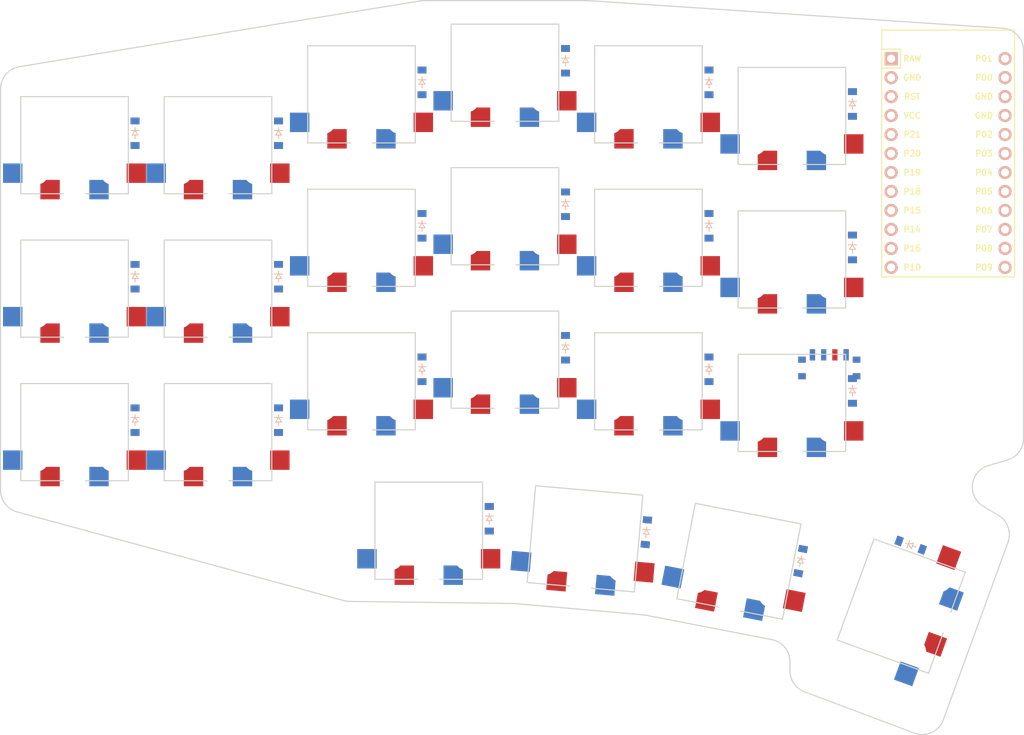
<source format=kicad_pcb>

            
(kicad_pcb (version 20171130) (host pcbnew 5.1.6)

  (page A3)
  (title_block
    (title keybear)
    (rev v1.0.0)
    (company Unknown)
  )

  (general
    (thickness 1.6)
  )

  (layers
    (0 F.Cu signal)
    (31 B.Cu signal)
    (32 B.Adhes user)
    (33 F.Adhes user)
    (34 B.Paste user)
    (35 F.Paste user)
    (36 B.SilkS user)
    (37 F.SilkS user)
    (38 B.Mask user)
    (39 F.Mask user)
    (40 Dwgs.User user)
    (41 Cmts.User user)
    (42 Eco1.User user)
    (43 Eco2.User user)
    (44 Edge.Cuts user)
    (45 Margin user)
    (46 B.CrtYd user)
    (47 F.CrtYd user)
    (48 B.Fab user)
    (49 F.Fab user)
  )

  (setup
    (last_trace_width 0.25)
    (trace_clearance 0.2)
    (zone_clearance 0.508)
    (zone_45_only no)
    (trace_min 0.2)
    (via_size 0.8)
    (via_drill 0.4)
    (via_min_size 0.4)
    (via_min_drill 0.3)
    (uvia_size 0.3)
    (uvia_drill 0.1)
    (uvias_allowed no)
    (uvia_min_size 0.2)
    (uvia_min_drill 0.1)
    (edge_width 0.05)
    (segment_width 0.2)
    (pcb_text_width 0.3)
    (pcb_text_size 1.5 1.5)
    (mod_edge_width 0.12)
    (mod_text_size 1 1)
    (mod_text_width 0.15)
    (pad_size 1.524 1.524)
    (pad_drill 0.762)
    (pad_to_mask_clearance 0.05)
    (aux_axis_origin 0 0)
    (visible_elements FFFFFF7F)
    (pcbplotparams
      (layerselection 0x010fc_ffffffff)
      (usegerberextensions false)
      (usegerberattributes true)
      (usegerberadvancedattributes true)
      (creategerberjobfile true)
      (excludeedgelayer true)
      (linewidth 0.100000)
      (plotframeref false)
      (viasonmask false)
      (mode 1)
      (useauxorigin false)
      (hpglpennumber 1)
      (hpglpenspeed 20)
      (hpglpendiameter 15.000000)
      (psnegative false)
      (psa4output false)
      (plotreference true)
      (plotvalue true)
      (plotinvisibletext false)
      (padsonsilk false)
      (subtractmaskfromsilk false)
      (outputformat 1)
      (mirror false)
      (drillshape 1)
      (scaleselection 1)
      (outputdirectory ""))
  )

            (net 0 "")
(net 1 "outer_bottom")
(net 2 "outer_home")
(net 3 "outer_top")
(net 4 "pinky_bottom")
(net 5 "pinky_home")
(net 6 "pinky_top")
(net 7 "ring_bottom")
(net 8 "ring_home")
(net 9 "ring_top")
(net 10 "middle_bottom")
(net 11 "middle_home")
(net 12 "middle_top")
(net 13 "index_bottom")
(net 14 "index_home")
(net 15 "index_top")
(net 16 "inner_bottom")
(net 17 "inner_home")
(net 18 "inner_top")
(net 19 "opt_cluster")
(net 20 "ctrl_cluster")
(net 21 "layer_cluster")
(net 22 "space_cluster")
(net 23 "RAW")
(net 24 "GND")
(net 25 "RST")
(net 26 "VCC")
(net 27 "P21")
(net 28 "P20")
(net 29 "P19")
(net 30 "P18")
(net 31 "P15")
(net 32 "P14")
(net 33 "P16")
(net 34 "P10")
(net 35 "P1")
(net 36 "P0")
(net 37 "P2")
(net 38 "P3")
(net 39 "P4")
(net 40 "P5")
(net 41 "P6")
(net 42 "P7")
(net 43 "P8")
(net 44 "P9")
            
  (net_class Default "This is the default net class."
    (clearance 0.2)
    (trace_width 0.25)
    (via_dia 0.8)
    (via_drill 0.4)
    (uvia_dia 0.3)
    (uvia_drill 0.1)
    (add_net "")
(add_net "outer_bottom")
(add_net "outer_home")
(add_net "outer_top")
(add_net "pinky_bottom")
(add_net "pinky_home")
(add_net "pinky_top")
(add_net "ring_bottom")
(add_net "ring_home")
(add_net "ring_top")
(add_net "middle_bottom")
(add_net "middle_home")
(add_net "middle_top")
(add_net "index_bottom")
(add_net "index_home")
(add_net "index_top")
(add_net "inner_bottom")
(add_net "inner_home")
(add_net "inner_top")
(add_net "opt_cluster")
(add_net "ctrl_cluster")
(add_net "layer_cluster")
(add_net "space_cluster")
(add_net "RAW")
(add_net "GND")
(add_net "RST")
(add_net "VCC")
(add_net "P21")
(add_net "P20")
(add_net "P19")
(add_net "P18")
(add_net "P15")
(add_net "P14")
(add_net "P16")
(add_net "P10")
(add_net "P1")
(add_net "P0")
(add_net "P2")
(add_net "P3")
(add_net "P4")
(add_net "P5")
(add_net "P6")
(add_net "P7")
(add_net "P8")
(add_net "P9")
  )

            
        
      (module PG1350 (layer F.Cu) (tedit 5DD50112)
      (at 150 150 180)

      
      (fp_text reference "S1" (at 0 0) (layer F.SilkS) hide (effects (font (size 1.27 1.27) (thickness 0.15))))
      (fp_text value "" (at 0 0) (layer F.SilkS) hide (effects (font (size 1.27 1.27) (thickness 0.15))))

      
      (fp_line (start -7 -6) (end -7 -7) (layer Dwgs.User) (width 0.15))
      (fp_line (start -7 7) (end -6 7) (layer Dwgs.User) (width 0.15))
      (fp_line (start -6 -7) (end -7 -7) (layer Dwgs.User) (width 0.15))
      (fp_line (start -7 7) (end -7 6) (layer Dwgs.User) (width 0.15))
      (fp_line (start 7 6) (end 7 7) (layer Dwgs.User) (width 0.15))
      (fp_line (start 7 -7) (end 6 -7) (layer Dwgs.User) (width 0.15))
      (fp_line (start 6 7) (end 7 7) (layer Dwgs.User) (width 0.15))
      (fp_line (start 7 -7) (end 7 -6) (layer Dwgs.User) (width 0.15))      
      
      
      (pad "" np_thru_hole circle (at 0 0) (size 3.429 3.429) (drill 3.429) (layers *.Cu *.Mask))
        
      
      (pad "" np_thru_hole circle (at 5.5 0) (size 1.7018 1.7018) (drill 1.7018) (layers *.Cu *.Mask))
      (pad "" np_thru_hole circle (at -5.5 0) (size 1.7018 1.7018) (drill 1.7018) (layers *.Cu *.Mask))
      
        
      
      (fp_line (start -9 -8.5) (end 9 -8.5) (layer Dwgs.User) (width 0.15))
      (fp_line (start 9 -8.5) (end 9 8.5) (layer Dwgs.User) (width 0.15))
      (fp_line (start 9 8.5) (end -9 8.5) (layer Dwgs.User) (width 0.15))
      (fp_line (start -9 8.5) (end -9 -8.5) (layer Dwgs.User) (width 0.15))
      
        
          
          (pad "" np_thru_hole circle (at 5 -3.75) (size 3 3) (drill 3) (layers *.Cu *.Mask))
          (pad "" np_thru_hole circle (at 0 -5.95) (size 3 3) (drill 3) (layers *.Cu *.Mask))
      
          
          (pad 1 smd rect (at -3.275 -5.95 180) (size 2.6 2.6) (layers B.Cu B.Paste B.Mask)  (net 0 ""))
          (pad 2 smd rect (at 8.275 -3.75 180) (size 2.6 2.6) (layers B.Cu B.Paste B.Mask)  (net 1 "outer_bottom"))
        
        
          
          (pad "" np_thru_hole circle (at -5 -3.75) (size 3 3) (drill 3) (layers *.Cu *.Mask))
          (pad "" np_thru_hole circle (at 0 -5.95) (size 3 3) (drill 3) (layers *.Cu *.Mask))
      
          
          (pad 1 smd rect (at 3.275 -5.95 180) (size 2.6 2.6) (layers F.Cu F.Paste F.Mask)  (net 0 ""))
          (pad 2 smd rect (at -8.275 -3.75 180) (size 2.6 2.6) (layers F.Cu F.Paste F.Mask)  (net 1 "outer_bottom"))
        )
        

        
      (module PG1350 (layer F.Cu) (tedit 5DD50112)
      (at 150 130.8 180)

      
      (fp_text reference "S2" (at 0 0) (layer F.SilkS) hide (effects (font (size 1.27 1.27) (thickness 0.15))))
      (fp_text value "" (at 0 0) (layer F.SilkS) hide (effects (font (size 1.27 1.27) (thickness 0.15))))

      
      (fp_line (start -7 -6) (end -7 -7) (layer Dwgs.User) (width 0.15))
      (fp_line (start -7 7) (end -6 7) (layer Dwgs.User) (width 0.15))
      (fp_line (start -6 -7) (end -7 -7) (layer Dwgs.User) (width 0.15))
      (fp_line (start -7 7) (end -7 6) (layer Dwgs.User) (width 0.15))
      (fp_line (start 7 6) (end 7 7) (layer Dwgs.User) (width 0.15))
      (fp_line (start 7 -7) (end 6 -7) (layer Dwgs.User) (width 0.15))
      (fp_line (start 6 7) (end 7 7) (layer Dwgs.User) (width 0.15))
      (fp_line (start 7 -7) (end 7 -6) (layer Dwgs.User) (width 0.15))      
      
      
      (pad "" np_thru_hole circle (at 0 0) (size 3.429 3.429) (drill 3.429) (layers *.Cu *.Mask))
        
      
      (pad "" np_thru_hole circle (at 5.5 0) (size 1.7018 1.7018) (drill 1.7018) (layers *.Cu *.Mask))
      (pad "" np_thru_hole circle (at -5.5 0) (size 1.7018 1.7018) (drill 1.7018) (layers *.Cu *.Mask))
      
        
      
      (fp_line (start -9 -8.5) (end 9 -8.5) (layer Dwgs.User) (width 0.15))
      (fp_line (start 9 -8.5) (end 9 8.5) (layer Dwgs.User) (width 0.15))
      (fp_line (start 9 8.5) (end -9 8.5) (layer Dwgs.User) (width 0.15))
      (fp_line (start -9 8.5) (end -9 -8.5) (layer Dwgs.User) (width 0.15))
      
        
          
          (pad "" np_thru_hole circle (at 5 -3.75) (size 3 3) (drill 3) (layers *.Cu *.Mask))
          (pad "" np_thru_hole circle (at 0 -5.95) (size 3 3) (drill 3) (layers *.Cu *.Mask))
      
          
          (pad 1 smd rect (at -3.275 -5.95 180) (size 2.6 2.6) (layers B.Cu B.Paste B.Mask)  (net 0 ""))
          (pad 2 smd rect (at 8.275 -3.75 180) (size 2.6 2.6) (layers B.Cu B.Paste B.Mask)  (net 2 "outer_home"))
        
        
          
          (pad "" np_thru_hole circle (at -5 -3.75) (size 3 3) (drill 3) (layers *.Cu *.Mask))
          (pad "" np_thru_hole circle (at 0 -5.95) (size 3 3) (drill 3) (layers *.Cu *.Mask))
      
          
          (pad 1 smd rect (at 3.275 -5.95 180) (size 2.6 2.6) (layers F.Cu F.Paste F.Mask)  (net 0 ""))
          (pad 2 smd rect (at -8.275 -3.75 180) (size 2.6 2.6) (layers F.Cu F.Paste F.Mask)  (net 2 "outer_home"))
        )
        

        
      (module PG1350 (layer F.Cu) (tedit 5DD50112)
      (at 150 111.60000000000001 180)

      
      (fp_text reference "S3" (at 0 0) (layer F.SilkS) hide (effects (font (size 1.27 1.27) (thickness 0.15))))
      (fp_text value "" (at 0 0) (layer F.SilkS) hide (effects (font (size 1.27 1.27) (thickness 0.15))))

      
      (fp_line (start -7 -6) (end -7 -7) (layer Dwgs.User) (width 0.15))
      (fp_line (start -7 7) (end -6 7) (layer Dwgs.User) (width 0.15))
      (fp_line (start -6 -7) (end -7 -7) (layer Dwgs.User) (width 0.15))
      (fp_line (start -7 7) (end -7 6) (layer Dwgs.User) (width 0.15))
      (fp_line (start 7 6) (end 7 7) (layer Dwgs.User) (width 0.15))
      (fp_line (start 7 -7) (end 6 -7) (layer Dwgs.User) (width 0.15))
      (fp_line (start 6 7) (end 7 7) (layer Dwgs.User) (width 0.15))
      (fp_line (start 7 -7) (end 7 -6) (layer Dwgs.User) (width 0.15))      
      
      
      (pad "" np_thru_hole circle (at 0 0) (size 3.429 3.429) (drill 3.429) (layers *.Cu *.Mask))
        
      
      (pad "" np_thru_hole circle (at 5.5 0) (size 1.7018 1.7018) (drill 1.7018) (layers *.Cu *.Mask))
      (pad "" np_thru_hole circle (at -5.5 0) (size 1.7018 1.7018) (drill 1.7018) (layers *.Cu *.Mask))
      
        
      
      (fp_line (start -9 -8.5) (end 9 -8.5) (layer Dwgs.User) (width 0.15))
      (fp_line (start 9 -8.5) (end 9 8.5) (layer Dwgs.User) (width 0.15))
      (fp_line (start 9 8.5) (end -9 8.5) (layer Dwgs.User) (width 0.15))
      (fp_line (start -9 8.5) (end -9 -8.5) (layer Dwgs.User) (width 0.15))
      
        
          
          (pad "" np_thru_hole circle (at 5 -3.75) (size 3 3) (drill 3) (layers *.Cu *.Mask))
          (pad "" np_thru_hole circle (at 0 -5.95) (size 3 3) (drill 3) (layers *.Cu *.Mask))
      
          
          (pad 1 smd rect (at -3.275 -5.95 180) (size 2.6 2.6) (layers B.Cu B.Paste B.Mask)  (net 0 ""))
          (pad 2 smd rect (at 8.275 -3.75 180) (size 2.6 2.6) (layers B.Cu B.Paste B.Mask)  (net 3 "outer_top"))
        
        
          
          (pad "" np_thru_hole circle (at -5 -3.75) (size 3 3) (drill 3) (layers *.Cu *.Mask))
          (pad "" np_thru_hole circle (at 0 -5.95) (size 3 3) (drill 3) (layers *.Cu *.Mask))
      
          
          (pad 1 smd rect (at 3.275 -5.95 180) (size 2.6 2.6) (layers F.Cu F.Paste F.Mask)  (net 0 ""))
          (pad 2 smd rect (at -8.275 -3.75 180) (size 2.6 2.6) (layers F.Cu F.Paste F.Mask)  (net 3 "outer_top"))
        )
        

        
      (module PG1350 (layer F.Cu) (tedit 5DD50112)
      (at 169.2 150 180)

      
      (fp_text reference "S4" (at 0 0) (layer F.SilkS) hide (effects (font (size 1.27 1.27) (thickness 0.15))))
      (fp_text value "" (at 0 0) (layer F.SilkS) hide (effects (font (size 1.27 1.27) (thickness 0.15))))

      
      (fp_line (start -7 -6) (end -7 -7) (layer Dwgs.User) (width 0.15))
      (fp_line (start -7 7) (end -6 7) (layer Dwgs.User) (width 0.15))
      (fp_line (start -6 -7) (end -7 -7) (layer Dwgs.User) (width 0.15))
      (fp_line (start -7 7) (end -7 6) (layer Dwgs.User) (width 0.15))
      (fp_line (start 7 6) (end 7 7) (layer Dwgs.User) (width 0.15))
      (fp_line (start 7 -7) (end 6 -7) (layer Dwgs.User) (width 0.15))
      (fp_line (start 6 7) (end 7 7) (layer Dwgs.User) (width 0.15))
      (fp_line (start 7 -7) (end 7 -6) (layer Dwgs.User) (width 0.15))      
      
      
      (pad "" np_thru_hole circle (at 0 0) (size 3.429 3.429) (drill 3.429) (layers *.Cu *.Mask))
        
      
      (pad "" np_thru_hole circle (at 5.5 0) (size 1.7018 1.7018) (drill 1.7018) (layers *.Cu *.Mask))
      (pad "" np_thru_hole circle (at -5.5 0) (size 1.7018 1.7018) (drill 1.7018) (layers *.Cu *.Mask))
      
        
      
      (fp_line (start -9 -8.5) (end 9 -8.5) (layer Dwgs.User) (width 0.15))
      (fp_line (start 9 -8.5) (end 9 8.5) (layer Dwgs.User) (width 0.15))
      (fp_line (start 9 8.5) (end -9 8.5) (layer Dwgs.User) (width 0.15))
      (fp_line (start -9 8.5) (end -9 -8.5) (layer Dwgs.User) (width 0.15))
      
        
          
          (pad "" np_thru_hole circle (at 5 -3.75) (size 3 3) (drill 3) (layers *.Cu *.Mask))
          (pad "" np_thru_hole circle (at 0 -5.95) (size 3 3) (drill 3) (layers *.Cu *.Mask))
      
          
          (pad 1 smd rect (at -3.275 -5.95 180) (size 2.6 2.6) (layers B.Cu B.Paste B.Mask)  (net 0 ""))
          (pad 2 smd rect (at 8.275 -3.75 180) (size 2.6 2.6) (layers B.Cu B.Paste B.Mask)  (net 4 "pinky_bottom"))
        
        
          
          (pad "" np_thru_hole circle (at -5 -3.75) (size 3 3) (drill 3) (layers *.Cu *.Mask))
          (pad "" np_thru_hole circle (at 0 -5.95) (size 3 3) (drill 3) (layers *.Cu *.Mask))
      
          
          (pad 1 smd rect (at 3.275 -5.95 180) (size 2.6 2.6) (layers F.Cu F.Paste F.Mask)  (net 0 ""))
          (pad 2 smd rect (at -8.275 -3.75 180) (size 2.6 2.6) (layers F.Cu F.Paste F.Mask)  (net 4 "pinky_bottom"))
        )
        

        
      (module PG1350 (layer F.Cu) (tedit 5DD50112)
      (at 169.2 130.8 180)

      
      (fp_text reference "S5" (at 0 0) (layer F.SilkS) hide (effects (font (size 1.27 1.27) (thickness 0.15))))
      (fp_text value "" (at 0 0) (layer F.SilkS) hide (effects (font (size 1.27 1.27) (thickness 0.15))))

      
      (fp_line (start -7 -6) (end -7 -7) (layer Dwgs.User) (width 0.15))
      (fp_line (start -7 7) (end -6 7) (layer Dwgs.User) (width 0.15))
      (fp_line (start -6 -7) (end -7 -7) (layer Dwgs.User) (width 0.15))
      (fp_line (start -7 7) (end -7 6) (layer Dwgs.User) (width 0.15))
      (fp_line (start 7 6) (end 7 7) (layer Dwgs.User) (width 0.15))
      (fp_line (start 7 -7) (end 6 -7) (layer Dwgs.User) (width 0.15))
      (fp_line (start 6 7) (end 7 7) (layer Dwgs.User) (width 0.15))
      (fp_line (start 7 -7) (end 7 -6) (layer Dwgs.User) (width 0.15))      
      
      
      (pad "" np_thru_hole circle (at 0 0) (size 3.429 3.429) (drill 3.429) (layers *.Cu *.Mask))
        
      
      (pad "" np_thru_hole circle (at 5.5 0) (size 1.7018 1.7018) (drill 1.7018) (layers *.Cu *.Mask))
      (pad "" np_thru_hole circle (at -5.5 0) (size 1.7018 1.7018) (drill 1.7018) (layers *.Cu *.Mask))
      
        
      
      (fp_line (start -9 -8.5) (end 9 -8.5) (layer Dwgs.User) (width 0.15))
      (fp_line (start 9 -8.5) (end 9 8.5) (layer Dwgs.User) (width 0.15))
      (fp_line (start 9 8.5) (end -9 8.5) (layer Dwgs.User) (width 0.15))
      (fp_line (start -9 8.5) (end -9 -8.5) (layer Dwgs.User) (width 0.15))
      
        
          
          (pad "" np_thru_hole circle (at 5 -3.75) (size 3 3) (drill 3) (layers *.Cu *.Mask))
          (pad "" np_thru_hole circle (at 0 -5.95) (size 3 3) (drill 3) (layers *.Cu *.Mask))
      
          
          (pad 1 smd rect (at -3.275 -5.95 180) (size 2.6 2.6) (layers B.Cu B.Paste B.Mask)  (net 0 ""))
          (pad 2 smd rect (at 8.275 -3.75 180) (size 2.6 2.6) (layers B.Cu B.Paste B.Mask)  (net 5 "pinky_home"))
        
        
          
          (pad "" np_thru_hole circle (at -5 -3.75) (size 3 3) (drill 3) (layers *.Cu *.Mask))
          (pad "" np_thru_hole circle (at 0 -5.95) (size 3 3) (drill 3) (layers *.Cu *.Mask))
      
          
          (pad 1 smd rect (at 3.275 -5.95 180) (size 2.6 2.6) (layers F.Cu F.Paste F.Mask)  (net 0 ""))
          (pad 2 smd rect (at -8.275 -3.75 180) (size 2.6 2.6) (layers F.Cu F.Paste F.Mask)  (net 5 "pinky_home"))
        )
        

        
      (module PG1350 (layer F.Cu) (tedit 5DD50112)
      (at 169.2 111.60000000000001 180)

      
      (fp_text reference "S6" (at 0 0) (layer F.SilkS) hide (effects (font (size 1.27 1.27) (thickness 0.15))))
      (fp_text value "" (at 0 0) (layer F.SilkS) hide (effects (font (size 1.27 1.27) (thickness 0.15))))

      
      (fp_line (start -7 -6) (end -7 -7) (layer Dwgs.User) (width 0.15))
      (fp_line (start -7 7) (end -6 7) (layer Dwgs.User) (width 0.15))
      (fp_line (start -6 -7) (end -7 -7) (layer Dwgs.User) (width 0.15))
      (fp_line (start -7 7) (end -7 6) (layer Dwgs.User) (width 0.15))
      (fp_line (start 7 6) (end 7 7) (layer Dwgs.User) (width 0.15))
      (fp_line (start 7 -7) (end 6 -7) (layer Dwgs.User) (width 0.15))
      (fp_line (start 6 7) (end 7 7) (layer Dwgs.User) (width 0.15))
      (fp_line (start 7 -7) (end 7 -6) (layer Dwgs.User) (width 0.15))      
      
      
      (pad "" np_thru_hole circle (at 0 0) (size 3.429 3.429) (drill 3.429) (layers *.Cu *.Mask))
        
      
      (pad "" np_thru_hole circle (at 5.5 0) (size 1.7018 1.7018) (drill 1.7018) (layers *.Cu *.Mask))
      (pad "" np_thru_hole circle (at -5.5 0) (size 1.7018 1.7018) (drill 1.7018) (layers *.Cu *.Mask))
      
        
      
      (fp_line (start -9 -8.5) (end 9 -8.5) (layer Dwgs.User) (width 0.15))
      (fp_line (start 9 -8.5) (end 9 8.5) (layer Dwgs.User) (width 0.15))
      (fp_line (start 9 8.5) (end -9 8.5) (layer Dwgs.User) (width 0.15))
      (fp_line (start -9 8.5) (end -9 -8.5) (layer Dwgs.User) (width 0.15))
      
        
          
          (pad "" np_thru_hole circle (at 5 -3.75) (size 3 3) (drill 3) (layers *.Cu *.Mask))
          (pad "" np_thru_hole circle (at 0 -5.95) (size 3 3) (drill 3) (layers *.Cu *.Mask))
      
          
          (pad 1 smd rect (at -3.275 -5.95 180) (size 2.6 2.6) (layers B.Cu B.Paste B.Mask)  (net 0 ""))
          (pad 2 smd rect (at 8.275 -3.75 180) (size 2.6 2.6) (layers B.Cu B.Paste B.Mask)  (net 6 "pinky_top"))
        
        
          
          (pad "" np_thru_hole circle (at -5 -3.75) (size 3 3) (drill 3) (layers *.Cu *.Mask))
          (pad "" np_thru_hole circle (at 0 -5.95) (size 3 3) (drill 3) (layers *.Cu *.Mask))
      
          
          (pad 1 smd rect (at 3.275 -5.95 180) (size 2.6 2.6) (layers F.Cu F.Paste F.Mask)  (net 0 ""))
          (pad 2 smd rect (at -8.275 -3.75 180) (size 2.6 2.6) (layers F.Cu F.Paste F.Mask)  (net 6 "pinky_top"))
        )
        

        
      (module PG1350 (layer F.Cu) (tedit 5DD50112)
      (at 188.4 143.2 180)

      
      (fp_text reference "S7" (at 0 0) (layer F.SilkS) hide (effects (font (size 1.27 1.27) (thickness 0.15))))
      (fp_text value "" (at 0 0) (layer F.SilkS) hide (effects (font (size 1.27 1.27) (thickness 0.15))))

      
      (fp_line (start -7 -6) (end -7 -7) (layer Dwgs.User) (width 0.15))
      (fp_line (start -7 7) (end -6 7) (layer Dwgs.User) (width 0.15))
      (fp_line (start -6 -7) (end -7 -7) (layer Dwgs.User) (width 0.15))
      (fp_line (start -7 7) (end -7 6) (layer Dwgs.User) (width 0.15))
      (fp_line (start 7 6) (end 7 7) (layer Dwgs.User) (width 0.15))
      (fp_line (start 7 -7) (end 6 -7) (layer Dwgs.User) (width 0.15))
      (fp_line (start 6 7) (end 7 7) (layer Dwgs.User) (width 0.15))
      (fp_line (start 7 -7) (end 7 -6) (layer Dwgs.User) (width 0.15))      
      
      
      (pad "" np_thru_hole circle (at 0 0) (size 3.429 3.429) (drill 3.429) (layers *.Cu *.Mask))
        
      
      (pad "" np_thru_hole circle (at 5.5 0) (size 1.7018 1.7018) (drill 1.7018) (layers *.Cu *.Mask))
      (pad "" np_thru_hole circle (at -5.5 0) (size 1.7018 1.7018) (drill 1.7018) (layers *.Cu *.Mask))
      
        
      
      (fp_line (start -9 -8.5) (end 9 -8.5) (layer Dwgs.User) (width 0.15))
      (fp_line (start 9 -8.5) (end 9 8.5) (layer Dwgs.User) (width 0.15))
      (fp_line (start 9 8.5) (end -9 8.5) (layer Dwgs.User) (width 0.15))
      (fp_line (start -9 8.5) (end -9 -8.5) (layer Dwgs.User) (width 0.15))
      
        
          
          (pad "" np_thru_hole circle (at 5 -3.75) (size 3 3) (drill 3) (layers *.Cu *.Mask))
          (pad "" np_thru_hole circle (at 0 -5.95) (size 3 3) (drill 3) (layers *.Cu *.Mask))
      
          
          (pad 1 smd rect (at -3.275 -5.95 180) (size 2.6 2.6) (layers B.Cu B.Paste B.Mask)  (net 0 ""))
          (pad 2 smd rect (at 8.275 -3.75 180) (size 2.6 2.6) (layers B.Cu B.Paste B.Mask)  (net 7 "ring_bottom"))
        
        
          
          (pad "" np_thru_hole circle (at -5 -3.75) (size 3 3) (drill 3) (layers *.Cu *.Mask))
          (pad "" np_thru_hole circle (at 0 -5.95) (size 3 3) (drill 3) (layers *.Cu *.Mask))
      
          
          (pad 1 smd rect (at 3.275 -5.95 180) (size 2.6 2.6) (layers F.Cu F.Paste F.Mask)  (net 0 ""))
          (pad 2 smd rect (at -8.275 -3.75 180) (size 2.6 2.6) (layers F.Cu F.Paste F.Mask)  (net 7 "ring_bottom"))
        )
        

        
      (module PG1350 (layer F.Cu) (tedit 5DD50112)
      (at 188.4 123.99999999999999 180)

      
      (fp_text reference "S8" (at 0 0) (layer F.SilkS) hide (effects (font (size 1.27 1.27) (thickness 0.15))))
      (fp_text value "" (at 0 0) (layer F.SilkS) hide (effects (font (size 1.27 1.27) (thickness 0.15))))

      
      (fp_line (start -7 -6) (end -7 -7) (layer Dwgs.User) (width 0.15))
      (fp_line (start -7 7) (end -6 7) (layer Dwgs.User) (width 0.15))
      (fp_line (start -6 -7) (end -7 -7) (layer Dwgs.User) (width 0.15))
      (fp_line (start -7 7) (end -7 6) (layer Dwgs.User) (width 0.15))
      (fp_line (start 7 6) (end 7 7) (layer Dwgs.User) (width 0.15))
      (fp_line (start 7 -7) (end 6 -7) (layer Dwgs.User) (width 0.15))
      (fp_line (start 6 7) (end 7 7) (layer Dwgs.User) (width 0.15))
      (fp_line (start 7 -7) (end 7 -6) (layer Dwgs.User) (width 0.15))      
      
      
      (pad "" np_thru_hole circle (at 0 0) (size 3.429 3.429) (drill 3.429) (layers *.Cu *.Mask))
        
      
      (pad "" np_thru_hole circle (at 5.5 0) (size 1.7018 1.7018) (drill 1.7018) (layers *.Cu *.Mask))
      (pad "" np_thru_hole circle (at -5.5 0) (size 1.7018 1.7018) (drill 1.7018) (layers *.Cu *.Mask))
      
        
      
      (fp_line (start -9 -8.5) (end 9 -8.5) (layer Dwgs.User) (width 0.15))
      (fp_line (start 9 -8.5) (end 9 8.5) (layer Dwgs.User) (width 0.15))
      (fp_line (start 9 8.5) (end -9 8.5) (layer Dwgs.User) (width 0.15))
      (fp_line (start -9 8.5) (end -9 -8.5) (layer Dwgs.User) (width 0.15))
      
        
          
          (pad "" np_thru_hole circle (at 5 -3.75) (size 3 3) (drill 3) (layers *.Cu *.Mask))
          (pad "" np_thru_hole circle (at 0 -5.95) (size 3 3) (drill 3) (layers *.Cu *.Mask))
      
          
          (pad 1 smd rect (at -3.275 -5.95 180) (size 2.6 2.6) (layers B.Cu B.Paste B.Mask)  (net 0 ""))
          (pad 2 smd rect (at 8.275 -3.75 180) (size 2.6 2.6) (layers B.Cu B.Paste B.Mask)  (net 8 "ring_home"))
        
        
          
          (pad "" np_thru_hole circle (at -5 -3.75) (size 3 3) (drill 3) (layers *.Cu *.Mask))
          (pad "" np_thru_hole circle (at 0 -5.95) (size 3 3) (drill 3) (layers *.Cu *.Mask))
      
          
          (pad 1 smd rect (at 3.275 -5.95 180) (size 2.6 2.6) (layers F.Cu F.Paste F.Mask)  (net 0 ""))
          (pad 2 smd rect (at -8.275 -3.75 180) (size 2.6 2.6) (layers F.Cu F.Paste F.Mask)  (net 8 "ring_home"))
        )
        

        
      (module PG1350 (layer F.Cu) (tedit 5DD50112)
      (at 188.4 104.79999999999998 180)

      
      (fp_text reference "S9" (at 0 0) (layer F.SilkS) hide (effects (font (size 1.27 1.27) (thickness 0.15))))
      (fp_text value "" (at 0 0) (layer F.SilkS) hide (effects (font (size 1.27 1.27) (thickness 0.15))))

      
      (fp_line (start -7 -6) (end -7 -7) (layer Dwgs.User) (width 0.15))
      (fp_line (start -7 7) (end -6 7) (layer Dwgs.User) (width 0.15))
      (fp_line (start -6 -7) (end -7 -7) (layer Dwgs.User) (width 0.15))
      (fp_line (start -7 7) (end -7 6) (layer Dwgs.User) (width 0.15))
      (fp_line (start 7 6) (end 7 7) (layer Dwgs.User) (width 0.15))
      (fp_line (start 7 -7) (end 6 -7) (layer Dwgs.User) (width 0.15))
      (fp_line (start 6 7) (end 7 7) (layer Dwgs.User) (width 0.15))
      (fp_line (start 7 -7) (end 7 -6) (layer Dwgs.User) (width 0.15))      
      
      
      (pad "" np_thru_hole circle (at 0 0) (size 3.429 3.429) (drill 3.429) (layers *.Cu *.Mask))
        
      
      (pad "" np_thru_hole circle (at 5.5 0) (size 1.7018 1.7018) (drill 1.7018) (layers *.Cu *.Mask))
      (pad "" np_thru_hole circle (at -5.5 0) (size 1.7018 1.7018) (drill 1.7018) (layers *.Cu *.Mask))
      
        
      
      (fp_line (start -9 -8.5) (end 9 -8.5) (layer Dwgs.User) (width 0.15))
      (fp_line (start 9 -8.5) (end 9 8.5) (layer Dwgs.User) (width 0.15))
      (fp_line (start 9 8.5) (end -9 8.5) (layer Dwgs.User) (width 0.15))
      (fp_line (start -9 8.5) (end -9 -8.5) (layer Dwgs.User) (width 0.15))
      
        
          
          (pad "" np_thru_hole circle (at 5 -3.75) (size 3 3) (drill 3) (layers *.Cu *.Mask))
          (pad "" np_thru_hole circle (at 0 -5.95) (size 3 3) (drill 3) (layers *.Cu *.Mask))
      
          
          (pad 1 smd rect (at -3.275 -5.95 180) (size 2.6 2.6) (layers B.Cu B.Paste B.Mask)  (net 0 ""))
          (pad 2 smd rect (at 8.275 -3.75 180) (size 2.6 2.6) (layers B.Cu B.Paste B.Mask)  (net 9 "ring_top"))
        
        
          
          (pad "" np_thru_hole circle (at -5 -3.75) (size 3 3) (drill 3) (layers *.Cu *.Mask))
          (pad "" np_thru_hole circle (at 0 -5.95) (size 3 3) (drill 3) (layers *.Cu *.Mask))
      
          
          (pad 1 smd rect (at 3.275 -5.95 180) (size 2.6 2.6) (layers F.Cu F.Paste F.Mask)  (net 0 ""))
          (pad 2 smd rect (at -8.275 -3.75 180) (size 2.6 2.6) (layers F.Cu F.Paste F.Mask)  (net 9 "ring_top"))
        )
        

        
      (module PG1350 (layer F.Cu) (tedit 5DD50112)
      (at 207.6 140.31 180)

      
      (fp_text reference "S10" (at 0 0) (layer F.SilkS) hide (effects (font (size 1.27 1.27) (thickness 0.15))))
      (fp_text value "" (at 0 0) (layer F.SilkS) hide (effects (font (size 1.27 1.27) (thickness 0.15))))

      
      (fp_line (start -7 -6) (end -7 -7) (layer Dwgs.User) (width 0.15))
      (fp_line (start -7 7) (end -6 7) (layer Dwgs.User) (width 0.15))
      (fp_line (start -6 -7) (end -7 -7) (layer Dwgs.User) (width 0.15))
      (fp_line (start -7 7) (end -7 6) (layer Dwgs.User) (width 0.15))
      (fp_line (start 7 6) (end 7 7) (layer Dwgs.User) (width 0.15))
      (fp_line (start 7 -7) (end 6 -7) (layer Dwgs.User) (width 0.15))
      (fp_line (start 6 7) (end 7 7) (layer Dwgs.User) (width 0.15))
      (fp_line (start 7 -7) (end 7 -6) (layer Dwgs.User) (width 0.15))      
      
      
      (pad "" np_thru_hole circle (at 0 0) (size 3.429 3.429) (drill 3.429) (layers *.Cu *.Mask))
        
      
      (pad "" np_thru_hole circle (at 5.5 0) (size 1.7018 1.7018) (drill 1.7018) (layers *.Cu *.Mask))
      (pad "" np_thru_hole circle (at -5.5 0) (size 1.7018 1.7018) (drill 1.7018) (layers *.Cu *.Mask))
      
        
      
      (fp_line (start -9 -8.5) (end 9 -8.5) (layer Dwgs.User) (width 0.15))
      (fp_line (start 9 -8.5) (end 9 8.5) (layer Dwgs.User) (width 0.15))
      (fp_line (start 9 8.5) (end -9 8.5) (layer Dwgs.User) (width 0.15))
      (fp_line (start -9 8.5) (end -9 -8.5) (layer Dwgs.User) (width 0.15))
      
        
          
          (pad "" np_thru_hole circle (at 5 -3.75) (size 3 3) (drill 3) (layers *.Cu *.Mask))
          (pad "" np_thru_hole circle (at 0 -5.95) (size 3 3) (drill 3) (layers *.Cu *.Mask))
      
          
          (pad 1 smd rect (at -3.275 -5.95 180) (size 2.6 2.6) (layers B.Cu B.Paste B.Mask)  (net 0 ""))
          (pad 2 smd rect (at 8.275 -3.75 180) (size 2.6 2.6) (layers B.Cu B.Paste B.Mask)  (net 10 "middle_bottom"))
        
        
          
          (pad "" np_thru_hole circle (at -5 -3.75) (size 3 3) (drill 3) (layers *.Cu *.Mask))
          (pad "" np_thru_hole circle (at 0 -5.95) (size 3 3) (drill 3) (layers *.Cu *.Mask))
      
          
          (pad 1 smd rect (at 3.275 -5.95 180) (size 2.6 2.6) (layers F.Cu F.Paste F.Mask)  (net 0 ""))
          (pad 2 smd rect (at -8.275 -3.75 180) (size 2.6 2.6) (layers F.Cu F.Paste F.Mask)  (net 10 "middle_bottom"))
        )
        

        
      (module PG1350 (layer F.Cu) (tedit 5DD50112)
      (at 207.6 121.11 180)

      
      (fp_text reference "S11" (at 0 0) (layer F.SilkS) hide (effects (font (size 1.27 1.27) (thickness 0.15))))
      (fp_text value "" (at 0 0) (layer F.SilkS) hide (effects (font (size 1.27 1.27) (thickness 0.15))))

      
      (fp_line (start -7 -6) (end -7 -7) (layer Dwgs.User) (width 0.15))
      (fp_line (start -7 7) (end -6 7) (layer Dwgs.User) (width 0.15))
      (fp_line (start -6 -7) (end -7 -7) (layer Dwgs.User) (width 0.15))
      (fp_line (start -7 7) (end -7 6) (layer Dwgs.User) (width 0.15))
      (fp_line (start 7 6) (end 7 7) (layer Dwgs.User) (width 0.15))
      (fp_line (start 7 -7) (end 6 -7) (layer Dwgs.User) (width 0.15))
      (fp_line (start 6 7) (end 7 7) (layer Dwgs.User) (width 0.15))
      (fp_line (start 7 -7) (end 7 -6) (layer Dwgs.User) (width 0.15))      
      
      
      (pad "" np_thru_hole circle (at 0 0) (size 3.429 3.429) (drill 3.429) (layers *.Cu *.Mask))
        
      
      (pad "" np_thru_hole circle (at 5.5 0) (size 1.7018 1.7018) (drill 1.7018) (layers *.Cu *.Mask))
      (pad "" np_thru_hole circle (at -5.5 0) (size 1.7018 1.7018) (drill 1.7018) (layers *.Cu *.Mask))
      
        
      
      (fp_line (start -9 -8.5) (end 9 -8.5) (layer Dwgs.User) (width 0.15))
      (fp_line (start 9 -8.5) (end 9 8.5) (layer Dwgs.User) (width 0.15))
      (fp_line (start 9 8.5) (end -9 8.5) (layer Dwgs.User) (width 0.15))
      (fp_line (start -9 8.5) (end -9 -8.5) (layer Dwgs.User) (width 0.15))
      
        
          
          (pad "" np_thru_hole circle (at 5 -3.75) (size 3 3) (drill 3) (layers *.Cu *.Mask))
          (pad "" np_thru_hole circle (at 0 -5.95) (size 3 3) (drill 3) (layers *.Cu *.Mask))
      
          
          (pad 1 smd rect (at -3.275 -5.95 180) (size 2.6 2.6) (layers B.Cu B.Paste B.Mask)  (net 0 ""))
          (pad 2 smd rect (at 8.275 -3.75 180) (size 2.6 2.6) (layers B.Cu B.Paste B.Mask)  (net 11 "middle_home"))
        
        
          
          (pad "" np_thru_hole circle (at -5 -3.75) (size 3 3) (drill 3) (layers *.Cu *.Mask))
          (pad "" np_thru_hole circle (at 0 -5.95) (size 3 3) (drill 3) (layers *.Cu *.Mask))
      
          
          (pad 1 smd rect (at 3.275 -5.95 180) (size 2.6 2.6) (layers F.Cu F.Paste F.Mask)  (net 0 ""))
          (pad 2 smd rect (at -8.275 -3.75 180) (size 2.6 2.6) (layers F.Cu F.Paste F.Mask)  (net 11 "middle_home"))
        )
        

        
      (module PG1350 (layer F.Cu) (tedit 5DD50112)
      (at 207.6 101.91 180)

      
      (fp_text reference "S12" (at 0 0) (layer F.SilkS) hide (effects (font (size 1.27 1.27) (thickness 0.15))))
      (fp_text value "" (at 0 0) (layer F.SilkS) hide (effects (font (size 1.27 1.27) (thickness 0.15))))

      
      (fp_line (start -7 -6) (end -7 -7) (layer Dwgs.User) (width 0.15))
      (fp_line (start -7 7) (end -6 7) (layer Dwgs.User) (width 0.15))
      (fp_line (start -6 -7) (end -7 -7) (layer Dwgs.User) (width 0.15))
      (fp_line (start -7 7) (end -7 6) (layer Dwgs.User) (width 0.15))
      (fp_line (start 7 6) (end 7 7) (layer Dwgs.User) (width 0.15))
      (fp_line (start 7 -7) (end 6 -7) (layer Dwgs.User) (width 0.15))
      (fp_line (start 6 7) (end 7 7) (layer Dwgs.User) (width 0.15))
      (fp_line (start 7 -7) (end 7 -6) (layer Dwgs.User) (width 0.15))      
      
      
      (pad "" np_thru_hole circle (at 0 0) (size 3.429 3.429) (drill 3.429) (layers *.Cu *.Mask))
        
      
      (pad "" np_thru_hole circle (at 5.5 0) (size 1.7018 1.7018) (drill 1.7018) (layers *.Cu *.Mask))
      (pad "" np_thru_hole circle (at -5.5 0) (size 1.7018 1.7018) (drill 1.7018) (layers *.Cu *.Mask))
      
        
      
      (fp_line (start -9 -8.5) (end 9 -8.5) (layer Dwgs.User) (width 0.15))
      (fp_line (start 9 -8.5) (end 9 8.5) (layer Dwgs.User) (width 0.15))
      (fp_line (start 9 8.5) (end -9 8.5) (layer Dwgs.User) (width 0.15))
      (fp_line (start -9 8.5) (end -9 -8.5) (layer Dwgs.User) (width 0.15))
      
        
          
          (pad "" np_thru_hole circle (at 5 -3.75) (size 3 3) (drill 3) (layers *.Cu *.Mask))
          (pad "" np_thru_hole circle (at 0 -5.95) (size 3 3) (drill 3) (layers *.Cu *.Mask))
      
          
          (pad 1 smd rect (at -3.275 -5.95 180) (size 2.6 2.6) (layers B.Cu B.Paste B.Mask)  (net 0 ""))
          (pad 2 smd rect (at 8.275 -3.75 180) (size 2.6 2.6) (layers B.Cu B.Paste B.Mask)  (net 12 "middle_top"))
        
        
          
          (pad "" np_thru_hole circle (at -5 -3.75) (size 3 3) (drill 3) (layers *.Cu *.Mask))
          (pad "" np_thru_hole circle (at 0 -5.95) (size 3 3) (drill 3) (layers *.Cu *.Mask))
      
          
          (pad 1 smd rect (at 3.275 -5.95 180) (size 2.6 2.6) (layers F.Cu F.Paste F.Mask)  (net 0 ""))
          (pad 2 smd rect (at -8.275 -3.75 180) (size 2.6 2.6) (layers F.Cu F.Paste F.Mask)  (net 12 "middle_top"))
        )
        

        
      (module PG1350 (layer F.Cu) (tedit 5DD50112)
      (at 226.8 143.2 180)

      
      (fp_text reference "S13" (at 0 0) (layer F.SilkS) hide (effects (font (size 1.27 1.27) (thickness 0.15))))
      (fp_text value "" (at 0 0) (layer F.SilkS) hide (effects (font (size 1.27 1.27) (thickness 0.15))))

      
      (fp_line (start -7 -6) (end -7 -7) (layer Dwgs.User) (width 0.15))
      (fp_line (start -7 7) (end -6 7) (layer Dwgs.User) (width 0.15))
      (fp_line (start -6 -7) (end -7 -7) (layer Dwgs.User) (width 0.15))
      (fp_line (start -7 7) (end -7 6) (layer Dwgs.User) (width 0.15))
      (fp_line (start 7 6) (end 7 7) (layer Dwgs.User) (width 0.15))
      (fp_line (start 7 -7) (end 6 -7) (layer Dwgs.User) (width 0.15))
      (fp_line (start 6 7) (end 7 7) (layer Dwgs.User) (width 0.15))
      (fp_line (start 7 -7) (end 7 -6) (layer Dwgs.User) (width 0.15))      
      
      
      (pad "" np_thru_hole circle (at 0 0) (size 3.429 3.429) (drill 3.429) (layers *.Cu *.Mask))
        
      
      (pad "" np_thru_hole circle (at 5.5 0) (size 1.7018 1.7018) (drill 1.7018) (layers *.Cu *.Mask))
      (pad "" np_thru_hole circle (at -5.5 0) (size 1.7018 1.7018) (drill 1.7018) (layers *.Cu *.Mask))
      
        
      
      (fp_line (start -9 -8.5) (end 9 -8.5) (layer Dwgs.User) (width 0.15))
      (fp_line (start 9 -8.5) (end 9 8.5) (layer Dwgs.User) (width 0.15))
      (fp_line (start 9 8.5) (end -9 8.5) (layer Dwgs.User) (width 0.15))
      (fp_line (start -9 8.5) (end -9 -8.5) (layer Dwgs.User) (width 0.15))
      
        
          
          (pad "" np_thru_hole circle (at 5 -3.75) (size 3 3) (drill 3) (layers *.Cu *.Mask))
          (pad "" np_thru_hole circle (at 0 -5.95) (size 3 3) (drill 3) (layers *.Cu *.Mask))
      
          
          (pad 1 smd rect (at -3.275 -5.95 180) (size 2.6 2.6) (layers B.Cu B.Paste B.Mask)  (net 0 ""))
          (pad 2 smd rect (at 8.275 -3.75 180) (size 2.6 2.6) (layers B.Cu B.Paste B.Mask)  (net 13 "index_bottom"))
        
        
          
          (pad "" np_thru_hole circle (at -5 -3.75) (size 3 3) (drill 3) (layers *.Cu *.Mask))
          (pad "" np_thru_hole circle (at 0 -5.95) (size 3 3) (drill 3) (layers *.Cu *.Mask))
      
          
          (pad 1 smd rect (at 3.275 -5.95 180) (size 2.6 2.6) (layers F.Cu F.Paste F.Mask)  (net 0 ""))
          (pad 2 smd rect (at -8.275 -3.75 180) (size 2.6 2.6) (layers F.Cu F.Paste F.Mask)  (net 13 "index_bottom"))
        )
        

        
      (module PG1350 (layer F.Cu) (tedit 5DD50112)
      (at 226.8 123.99999999999999 180)

      
      (fp_text reference "S14" (at 0 0) (layer F.SilkS) hide (effects (font (size 1.27 1.27) (thickness 0.15))))
      (fp_text value "" (at 0 0) (layer F.SilkS) hide (effects (font (size 1.27 1.27) (thickness 0.15))))

      
      (fp_line (start -7 -6) (end -7 -7) (layer Dwgs.User) (width 0.15))
      (fp_line (start -7 7) (end -6 7) (layer Dwgs.User) (width 0.15))
      (fp_line (start -6 -7) (end -7 -7) (layer Dwgs.User) (width 0.15))
      (fp_line (start -7 7) (end -7 6) (layer Dwgs.User) (width 0.15))
      (fp_line (start 7 6) (end 7 7) (layer Dwgs.User) (width 0.15))
      (fp_line (start 7 -7) (end 6 -7) (layer Dwgs.User) (width 0.15))
      (fp_line (start 6 7) (end 7 7) (layer Dwgs.User) (width 0.15))
      (fp_line (start 7 -7) (end 7 -6) (layer Dwgs.User) (width 0.15))      
      
      
      (pad "" np_thru_hole circle (at 0 0) (size 3.429 3.429) (drill 3.429) (layers *.Cu *.Mask))
        
      
      (pad "" np_thru_hole circle (at 5.5 0) (size 1.7018 1.7018) (drill 1.7018) (layers *.Cu *.Mask))
      (pad "" np_thru_hole circle (at -5.5 0) (size 1.7018 1.7018) (drill 1.7018) (layers *.Cu *.Mask))
      
        
      
      (fp_line (start -9 -8.5) (end 9 -8.5) (layer Dwgs.User) (width 0.15))
      (fp_line (start 9 -8.5) (end 9 8.5) (layer Dwgs.User) (width 0.15))
      (fp_line (start 9 8.5) (end -9 8.5) (layer Dwgs.User) (width 0.15))
      (fp_line (start -9 8.5) (end -9 -8.5) (layer Dwgs.User) (width 0.15))
      
        
          
          (pad "" np_thru_hole circle (at 5 -3.75) (size 3 3) (drill 3) (layers *.Cu *.Mask))
          (pad "" np_thru_hole circle (at 0 -5.95) (size 3 3) (drill 3) (layers *.Cu *.Mask))
      
          
          (pad 1 smd rect (at -3.275 -5.95 180) (size 2.6 2.6) (layers B.Cu B.Paste B.Mask)  (net 0 ""))
          (pad 2 smd rect (at 8.275 -3.75 180) (size 2.6 2.6) (layers B.Cu B.Paste B.Mask)  (net 14 "index_home"))
        
        
          
          (pad "" np_thru_hole circle (at -5 -3.75) (size 3 3) (drill 3) (layers *.Cu *.Mask))
          (pad "" np_thru_hole circle (at 0 -5.95) (size 3 3) (drill 3) (layers *.Cu *.Mask))
      
          
          (pad 1 smd rect (at 3.275 -5.95 180) (size 2.6 2.6) (layers F.Cu F.Paste F.Mask)  (net 0 ""))
          (pad 2 smd rect (at -8.275 -3.75 180) (size 2.6 2.6) (layers F.Cu F.Paste F.Mask)  (net 14 "index_home"))
        )
        

        
      (module PG1350 (layer F.Cu) (tedit 5DD50112)
      (at 226.8 104.79999999999998 180)

      
      (fp_text reference "S15" (at 0 0) (layer F.SilkS) hide (effects (font (size 1.27 1.27) (thickness 0.15))))
      (fp_text value "" (at 0 0) (layer F.SilkS) hide (effects (font (size 1.27 1.27) (thickness 0.15))))

      
      (fp_line (start -7 -6) (end -7 -7) (layer Dwgs.User) (width 0.15))
      (fp_line (start -7 7) (end -6 7) (layer Dwgs.User) (width 0.15))
      (fp_line (start -6 -7) (end -7 -7) (layer Dwgs.User) (width 0.15))
      (fp_line (start -7 7) (end -7 6) (layer Dwgs.User) (width 0.15))
      (fp_line (start 7 6) (end 7 7) (layer Dwgs.User) (width 0.15))
      (fp_line (start 7 -7) (end 6 -7) (layer Dwgs.User) (width 0.15))
      (fp_line (start 6 7) (end 7 7) (layer Dwgs.User) (width 0.15))
      (fp_line (start 7 -7) (end 7 -6) (layer Dwgs.User) (width 0.15))      
      
      
      (pad "" np_thru_hole circle (at 0 0) (size 3.429 3.429) (drill 3.429) (layers *.Cu *.Mask))
        
      
      (pad "" np_thru_hole circle (at 5.5 0) (size 1.7018 1.7018) (drill 1.7018) (layers *.Cu *.Mask))
      (pad "" np_thru_hole circle (at -5.5 0) (size 1.7018 1.7018) (drill 1.7018) (layers *.Cu *.Mask))
      
        
      
      (fp_line (start -9 -8.5) (end 9 -8.5) (layer Dwgs.User) (width 0.15))
      (fp_line (start 9 -8.5) (end 9 8.5) (layer Dwgs.User) (width 0.15))
      (fp_line (start 9 8.5) (end -9 8.5) (layer Dwgs.User) (width 0.15))
      (fp_line (start -9 8.5) (end -9 -8.5) (layer Dwgs.User) (width 0.15))
      
        
          
          (pad "" np_thru_hole circle (at 5 -3.75) (size 3 3) (drill 3) (layers *.Cu *.Mask))
          (pad "" np_thru_hole circle (at 0 -5.95) (size 3 3) (drill 3) (layers *.Cu *.Mask))
      
          
          (pad 1 smd rect (at -3.275 -5.95 180) (size 2.6 2.6) (layers B.Cu B.Paste B.Mask)  (net 0 ""))
          (pad 2 smd rect (at 8.275 -3.75 180) (size 2.6 2.6) (layers B.Cu B.Paste B.Mask)  (net 15 "index_top"))
        
        
          
          (pad "" np_thru_hole circle (at -5 -3.75) (size 3 3) (drill 3) (layers *.Cu *.Mask))
          (pad "" np_thru_hole circle (at 0 -5.95) (size 3 3) (drill 3) (layers *.Cu *.Mask))
      
          
          (pad 1 smd rect (at 3.275 -5.95 180) (size 2.6 2.6) (layers F.Cu F.Paste F.Mask)  (net 0 ""))
          (pad 2 smd rect (at -8.275 -3.75 180) (size 2.6 2.6) (layers F.Cu F.Paste F.Mask)  (net 15 "index_top"))
        )
        

        
      (module PG1350 (layer F.Cu) (tedit 5DD50112)
      (at 246 146.09 180)

      
      (fp_text reference "S16" (at 0 0) (layer F.SilkS) hide (effects (font (size 1.27 1.27) (thickness 0.15))))
      (fp_text value "" (at 0 0) (layer F.SilkS) hide (effects (font (size 1.27 1.27) (thickness 0.15))))

      
      (fp_line (start -7 -6) (end -7 -7) (layer Dwgs.User) (width 0.15))
      (fp_line (start -7 7) (end -6 7) (layer Dwgs.User) (width 0.15))
      (fp_line (start -6 -7) (end -7 -7) (layer Dwgs.User) (width 0.15))
      (fp_line (start -7 7) (end -7 6) (layer Dwgs.User) (width 0.15))
      (fp_line (start 7 6) (end 7 7) (layer Dwgs.User) (width 0.15))
      (fp_line (start 7 -7) (end 6 -7) (layer Dwgs.User) (width 0.15))
      (fp_line (start 6 7) (end 7 7) (layer Dwgs.User) (width 0.15))
      (fp_line (start 7 -7) (end 7 -6) (layer Dwgs.User) (width 0.15))      
      
      
      (pad "" np_thru_hole circle (at 0 0) (size 3.429 3.429) (drill 3.429) (layers *.Cu *.Mask))
        
      
      (pad "" np_thru_hole circle (at 5.5 0) (size 1.7018 1.7018) (drill 1.7018) (layers *.Cu *.Mask))
      (pad "" np_thru_hole circle (at -5.5 0) (size 1.7018 1.7018) (drill 1.7018) (layers *.Cu *.Mask))
      
        
      
      (fp_line (start -9 -8.5) (end 9 -8.5) (layer Dwgs.User) (width 0.15))
      (fp_line (start 9 -8.5) (end 9 8.5) (layer Dwgs.User) (width 0.15))
      (fp_line (start 9 8.5) (end -9 8.5) (layer Dwgs.User) (width 0.15))
      (fp_line (start -9 8.5) (end -9 -8.5) (layer Dwgs.User) (width 0.15))
      
        
          
          (pad "" np_thru_hole circle (at 5 -3.75) (size 3 3) (drill 3) (layers *.Cu *.Mask))
          (pad "" np_thru_hole circle (at 0 -5.95) (size 3 3) (drill 3) (layers *.Cu *.Mask))
      
          
          (pad 1 smd rect (at -3.275 -5.95 180) (size 2.6 2.6) (layers B.Cu B.Paste B.Mask)  (net 0 ""))
          (pad 2 smd rect (at 8.275 -3.75 180) (size 2.6 2.6) (layers B.Cu B.Paste B.Mask)  (net 16 "inner_bottom"))
        
        
          
          (pad "" np_thru_hole circle (at -5 -3.75) (size 3 3) (drill 3) (layers *.Cu *.Mask))
          (pad "" np_thru_hole circle (at 0 -5.95) (size 3 3) (drill 3) (layers *.Cu *.Mask))
      
          
          (pad 1 smd rect (at 3.275 -5.95 180) (size 2.6 2.6) (layers F.Cu F.Paste F.Mask)  (net 0 ""))
          (pad 2 smd rect (at -8.275 -3.75 180) (size 2.6 2.6) (layers F.Cu F.Paste F.Mask)  (net 16 "inner_bottom"))
        )
        

        
      (module PG1350 (layer F.Cu) (tedit 5DD50112)
      (at 246 126.89 180)

      
      (fp_text reference "S17" (at 0 0) (layer F.SilkS) hide (effects (font (size 1.27 1.27) (thickness 0.15))))
      (fp_text value "" (at 0 0) (layer F.SilkS) hide (effects (font (size 1.27 1.27) (thickness 0.15))))

      
      (fp_line (start -7 -6) (end -7 -7) (layer Dwgs.User) (width 0.15))
      (fp_line (start -7 7) (end -6 7) (layer Dwgs.User) (width 0.15))
      (fp_line (start -6 -7) (end -7 -7) (layer Dwgs.User) (width 0.15))
      (fp_line (start -7 7) (end -7 6) (layer Dwgs.User) (width 0.15))
      (fp_line (start 7 6) (end 7 7) (layer Dwgs.User) (width 0.15))
      (fp_line (start 7 -7) (end 6 -7) (layer Dwgs.User) (width 0.15))
      (fp_line (start 6 7) (end 7 7) (layer Dwgs.User) (width 0.15))
      (fp_line (start 7 -7) (end 7 -6) (layer Dwgs.User) (width 0.15))      
      
      
      (pad "" np_thru_hole circle (at 0 0) (size 3.429 3.429) (drill 3.429) (layers *.Cu *.Mask))
        
      
      (pad "" np_thru_hole circle (at 5.5 0) (size 1.7018 1.7018) (drill 1.7018) (layers *.Cu *.Mask))
      (pad "" np_thru_hole circle (at -5.5 0) (size 1.7018 1.7018) (drill 1.7018) (layers *.Cu *.Mask))
      
        
      
      (fp_line (start -9 -8.5) (end 9 -8.5) (layer Dwgs.User) (width 0.15))
      (fp_line (start 9 -8.5) (end 9 8.5) (layer Dwgs.User) (width 0.15))
      (fp_line (start 9 8.5) (end -9 8.5) (layer Dwgs.User) (width 0.15))
      (fp_line (start -9 8.5) (end -9 -8.5) (layer Dwgs.User) (width 0.15))
      
        
          
          (pad "" np_thru_hole circle (at 5 -3.75) (size 3 3) (drill 3) (layers *.Cu *.Mask))
          (pad "" np_thru_hole circle (at 0 -5.95) (size 3 3) (drill 3) (layers *.Cu *.Mask))
      
          
          (pad 1 smd rect (at -3.275 -5.95 180) (size 2.6 2.6) (layers B.Cu B.Paste B.Mask)  (net 0 ""))
          (pad 2 smd rect (at 8.275 -3.75 180) (size 2.6 2.6) (layers B.Cu B.Paste B.Mask)  (net 17 "inner_home"))
        
        
          
          (pad "" np_thru_hole circle (at -5 -3.75) (size 3 3) (drill 3) (layers *.Cu *.Mask))
          (pad "" np_thru_hole circle (at 0 -5.95) (size 3 3) (drill 3) (layers *.Cu *.Mask))
      
          
          (pad 1 smd rect (at 3.275 -5.95 180) (size 2.6 2.6) (layers F.Cu F.Paste F.Mask)  (net 0 ""))
          (pad 2 smd rect (at -8.275 -3.75 180) (size 2.6 2.6) (layers F.Cu F.Paste F.Mask)  (net 17 "inner_home"))
        )
        

        
      (module PG1350 (layer F.Cu) (tedit 5DD50112)
      (at 246 107.69 180)

      
      (fp_text reference "S18" (at 0 0) (layer F.SilkS) hide (effects (font (size 1.27 1.27) (thickness 0.15))))
      (fp_text value "" (at 0 0) (layer F.SilkS) hide (effects (font (size 1.27 1.27) (thickness 0.15))))

      
      (fp_line (start -7 -6) (end -7 -7) (layer Dwgs.User) (width 0.15))
      (fp_line (start -7 7) (end -6 7) (layer Dwgs.User) (width 0.15))
      (fp_line (start -6 -7) (end -7 -7) (layer Dwgs.User) (width 0.15))
      (fp_line (start -7 7) (end -7 6) (layer Dwgs.User) (width 0.15))
      (fp_line (start 7 6) (end 7 7) (layer Dwgs.User) (width 0.15))
      (fp_line (start 7 -7) (end 6 -7) (layer Dwgs.User) (width 0.15))
      (fp_line (start 6 7) (end 7 7) (layer Dwgs.User) (width 0.15))
      (fp_line (start 7 -7) (end 7 -6) (layer Dwgs.User) (width 0.15))      
      
      
      (pad "" np_thru_hole circle (at 0 0) (size 3.429 3.429) (drill 3.429) (layers *.Cu *.Mask))
        
      
      (pad "" np_thru_hole circle (at 5.5 0) (size 1.7018 1.7018) (drill 1.7018) (layers *.Cu *.Mask))
      (pad "" np_thru_hole circle (at -5.5 0) (size 1.7018 1.7018) (drill 1.7018) (layers *.Cu *.Mask))
      
        
      
      (fp_line (start -9 -8.5) (end 9 -8.5) (layer Dwgs.User) (width 0.15))
      (fp_line (start 9 -8.5) (end 9 8.5) (layer Dwgs.User) (width 0.15))
      (fp_line (start 9 8.5) (end -9 8.5) (layer Dwgs.User) (width 0.15))
      (fp_line (start -9 8.5) (end -9 -8.5) (layer Dwgs.User) (width 0.15))
      
        
          
          (pad "" np_thru_hole circle (at 5 -3.75) (size 3 3) (drill 3) (layers *.Cu *.Mask))
          (pad "" np_thru_hole circle (at 0 -5.95) (size 3 3) (drill 3) (layers *.Cu *.Mask))
      
          
          (pad 1 smd rect (at -3.275 -5.95 180) (size 2.6 2.6) (layers B.Cu B.Paste B.Mask)  (net 0 ""))
          (pad 2 smd rect (at 8.275 -3.75 180) (size 2.6 2.6) (layers B.Cu B.Paste B.Mask)  (net 18 "inner_top"))
        
        
          
          (pad "" np_thru_hole circle (at -5 -3.75) (size 3 3) (drill 3) (layers *.Cu *.Mask))
          (pad "" np_thru_hole circle (at 0 -5.95) (size 3 3) (drill 3) (layers *.Cu *.Mask))
      
          
          (pad 1 smd rect (at 3.275 -5.95 180) (size 2.6 2.6) (layers F.Cu F.Paste F.Mask)  (net 0 ""))
          (pad 2 smd rect (at -8.275 -3.75 180) (size 2.6 2.6) (layers F.Cu F.Paste F.Mask)  (net 18 "inner_top"))
        )
        

        
      (module PG1350 (layer F.Cu) (tedit 5DD50112)
      (at 197.4 163.2 180)

      
      (fp_text reference "S19" (at 0 0) (layer F.SilkS) hide (effects (font (size 1.27 1.27) (thickness 0.15))))
      (fp_text value "" (at 0 0) (layer F.SilkS) hide (effects (font (size 1.27 1.27) (thickness 0.15))))

      
      (fp_line (start -7 -6) (end -7 -7) (layer Dwgs.User) (width 0.15))
      (fp_line (start -7 7) (end -6 7) (layer Dwgs.User) (width 0.15))
      (fp_line (start -6 -7) (end -7 -7) (layer Dwgs.User) (width 0.15))
      (fp_line (start -7 7) (end -7 6) (layer Dwgs.User) (width 0.15))
      (fp_line (start 7 6) (end 7 7) (layer Dwgs.User) (width 0.15))
      (fp_line (start 7 -7) (end 6 -7) (layer Dwgs.User) (width 0.15))
      (fp_line (start 6 7) (end 7 7) (layer Dwgs.User) (width 0.15))
      (fp_line (start 7 -7) (end 7 -6) (layer Dwgs.User) (width 0.15))      
      
      
      (pad "" np_thru_hole circle (at 0 0) (size 3.429 3.429) (drill 3.429) (layers *.Cu *.Mask))
        
      
      (pad "" np_thru_hole circle (at 5.5 0) (size 1.7018 1.7018) (drill 1.7018) (layers *.Cu *.Mask))
      (pad "" np_thru_hole circle (at -5.5 0) (size 1.7018 1.7018) (drill 1.7018) (layers *.Cu *.Mask))
      
        
      
      (fp_line (start -9 -8.5) (end 9 -8.5) (layer Dwgs.User) (width 0.15))
      (fp_line (start 9 -8.5) (end 9 8.5) (layer Dwgs.User) (width 0.15))
      (fp_line (start 9 8.5) (end -9 8.5) (layer Dwgs.User) (width 0.15))
      (fp_line (start -9 8.5) (end -9 -8.5) (layer Dwgs.User) (width 0.15))
      
        
          
          (pad "" np_thru_hole circle (at 5 -3.75) (size 3 3) (drill 3) (layers *.Cu *.Mask))
          (pad "" np_thru_hole circle (at 0 -5.95) (size 3 3) (drill 3) (layers *.Cu *.Mask))
      
          
          (pad 1 smd rect (at -3.275 -5.95 180) (size 2.6 2.6) (layers B.Cu B.Paste B.Mask)  (net 0 ""))
          (pad 2 smd rect (at 8.275 -3.75 180) (size 2.6 2.6) (layers B.Cu B.Paste B.Mask)  (net 19 "opt_cluster"))
        
        
          
          (pad "" np_thru_hole circle (at -5 -3.75) (size 3 3) (drill 3) (layers *.Cu *.Mask))
          (pad "" np_thru_hole circle (at 0 -5.95) (size 3 3) (drill 3) (layers *.Cu *.Mask))
      
          
          (pad 1 smd rect (at 3.275 -5.95 180) (size 2.6 2.6) (layers F.Cu F.Paste F.Mask)  (net 0 ""))
          (pad 2 smd rect (at -8.275 -3.75 180) (size 2.6 2.6) (layers F.Cu F.Paste F.Mask)  (net 19 "opt_cluster"))
        )
        

        
      (module PG1350 (layer F.Cu) (tedit 5DD50112)
      (at 218.309039 164.2833504 175)

      
      (fp_text reference "S20" (at 0 0) (layer F.SilkS) hide (effects (font (size 1.27 1.27) (thickness 0.15))))
      (fp_text value "" (at 0 0) (layer F.SilkS) hide (effects (font (size 1.27 1.27) (thickness 0.15))))

      
      (fp_line (start -7 -6) (end -7 -7) (layer Dwgs.User) (width 0.15))
      (fp_line (start -7 7) (end -6 7) (layer Dwgs.User) (width 0.15))
      (fp_line (start -6 -7) (end -7 -7) (layer Dwgs.User) (width 0.15))
      (fp_line (start -7 7) (end -7 6) (layer Dwgs.User) (width 0.15))
      (fp_line (start 7 6) (end 7 7) (layer Dwgs.User) (width 0.15))
      (fp_line (start 7 -7) (end 6 -7) (layer Dwgs.User) (width 0.15))
      (fp_line (start 6 7) (end 7 7) (layer Dwgs.User) (width 0.15))
      (fp_line (start 7 -7) (end 7 -6) (layer Dwgs.User) (width 0.15))      
      
      
      (pad "" np_thru_hole circle (at 0 0) (size 3.429 3.429) (drill 3.429) (layers *.Cu *.Mask))
        
      
      (pad "" np_thru_hole circle (at 5.5 0) (size 1.7018 1.7018) (drill 1.7018) (layers *.Cu *.Mask))
      (pad "" np_thru_hole circle (at -5.5 0) (size 1.7018 1.7018) (drill 1.7018) (layers *.Cu *.Mask))
      
        
      
      (fp_line (start -9 -8.5) (end 9 -8.5) (layer Dwgs.User) (width 0.15))
      (fp_line (start 9 -8.5) (end 9 8.5) (layer Dwgs.User) (width 0.15))
      (fp_line (start 9 8.5) (end -9 8.5) (layer Dwgs.User) (width 0.15))
      (fp_line (start -9 8.5) (end -9 -8.5) (layer Dwgs.User) (width 0.15))
      
        
          
          (pad "" np_thru_hole circle (at 5 -3.75) (size 3 3) (drill 3) (layers *.Cu *.Mask))
          (pad "" np_thru_hole circle (at 0 -5.95) (size 3 3) (drill 3) (layers *.Cu *.Mask))
      
          
          (pad 1 smd rect (at -3.275 -5.95 175) (size 2.6 2.6) (layers B.Cu B.Paste B.Mask)  (net 0 ""))
          (pad 2 smd rect (at 8.275 -3.75 175) (size 2.6 2.6) (layers B.Cu B.Paste B.Mask)  (net 20 "ctrl_cluster"))
        
        
          
          (pad "" np_thru_hole circle (at -5 -3.75) (size 3 3) (drill 3) (layers *.Cu *.Mask))
          (pad "" np_thru_hole circle (at 0 -5.95) (size 3 3) (drill 3) (layers *.Cu *.Mask))
      
          
          (pad 1 smd rect (at 3.275 -5.95 175) (size 2.6 2.6) (layers F.Cu F.Paste F.Mask)  (net 0 ""))
          (pad 2 smd rect (at -8.275 -3.75 175) (size 2.6 2.6) (layers F.Cu F.Paste F.Mask)  (net 20 "ctrl_cluster"))
        )
        

        
      (module PG1350 (layer F.Cu) (tedit 5DD50112)
      (at 238.9055304 167.2879873 169)

      
      (fp_text reference "S21" (at 0 0) (layer F.SilkS) hide (effects (font (size 1.27 1.27) (thickness 0.15))))
      (fp_text value "" (at 0 0) (layer F.SilkS) hide (effects (font (size 1.27 1.27) (thickness 0.15))))

      
      (fp_line (start -7 -6) (end -7 -7) (layer Dwgs.User) (width 0.15))
      (fp_line (start -7 7) (end -6 7) (layer Dwgs.User) (width 0.15))
      (fp_line (start -6 -7) (end -7 -7) (layer Dwgs.User) (width 0.15))
      (fp_line (start -7 7) (end -7 6) (layer Dwgs.User) (width 0.15))
      (fp_line (start 7 6) (end 7 7) (layer Dwgs.User) (width 0.15))
      (fp_line (start 7 -7) (end 6 -7) (layer Dwgs.User) (width 0.15))
      (fp_line (start 6 7) (end 7 7) (layer Dwgs.User) (width 0.15))
      (fp_line (start 7 -7) (end 7 -6) (layer Dwgs.User) (width 0.15))      
      
      
      (pad "" np_thru_hole circle (at 0 0) (size 3.429 3.429) (drill 3.429) (layers *.Cu *.Mask))
        
      
      (pad "" np_thru_hole circle (at 5.5 0) (size 1.7018 1.7018) (drill 1.7018) (layers *.Cu *.Mask))
      (pad "" np_thru_hole circle (at -5.5 0) (size 1.7018 1.7018) (drill 1.7018) (layers *.Cu *.Mask))
      
        
      
      (fp_line (start -9 -8.5) (end 9 -8.5) (layer Dwgs.User) (width 0.15))
      (fp_line (start 9 -8.5) (end 9 8.5) (layer Dwgs.User) (width 0.15))
      (fp_line (start 9 8.5) (end -9 8.5) (layer Dwgs.User) (width 0.15))
      (fp_line (start -9 8.5) (end -9 -8.5) (layer Dwgs.User) (width 0.15))
      
        
          
          (pad "" np_thru_hole circle (at 5 -3.75) (size 3 3) (drill 3) (layers *.Cu *.Mask))
          (pad "" np_thru_hole circle (at 0 -5.95) (size 3 3) (drill 3) (layers *.Cu *.Mask))
      
          
          (pad 1 smd rect (at -3.275 -5.95 169) (size 2.6 2.6) (layers B.Cu B.Paste B.Mask)  (net 0 ""))
          (pad 2 smd rect (at 8.275 -3.75 169) (size 2.6 2.6) (layers B.Cu B.Paste B.Mask)  (net 21 "layer_cluster"))
        
        
          
          (pad "" np_thru_hole circle (at -5 -3.75) (size 3 3) (drill 3) (layers *.Cu *.Mask))
          (pad "" np_thru_hole circle (at 0 -5.95) (size 3 3) (drill 3) (layers *.Cu *.Mask))
      
          
          (pad 1 smd rect (at 3.275 -5.95 169) (size 2.6 2.6) (layers F.Cu F.Paste F.Mask)  (net 0 ""))
          (pad 2 smd rect (at -8.275 -3.75 169) (size 2.6 2.6) (layers F.Cu F.Paste F.Mask)  (net 21 "layer_cluster"))
        )
        

        
      (module PG1350 (layer F.Cu) (tedit 5DD50112)
      (at 260.62884030000004 173.28847329999996 250)

      
      (fp_text reference "S22" (at 0 0) (layer F.SilkS) hide (effects (font (size 1.27 1.27) (thickness 0.15))))
      (fp_text value "" (at 0 0) (layer F.SilkS) hide (effects (font (size 1.27 1.27) (thickness 0.15))))

      
      (fp_line (start -7 -6) (end -7 -7) (layer Dwgs.User) (width 0.15))
      (fp_line (start -7 7) (end -6 7) (layer Dwgs.User) (width 0.15))
      (fp_line (start -6 -7) (end -7 -7) (layer Dwgs.User) (width 0.15))
      (fp_line (start -7 7) (end -7 6) (layer Dwgs.User) (width 0.15))
      (fp_line (start 7 6) (end 7 7) (layer Dwgs.User) (width 0.15))
      (fp_line (start 7 -7) (end 6 -7) (layer Dwgs.User) (width 0.15))
      (fp_line (start 6 7) (end 7 7) (layer Dwgs.User) (width 0.15))
      (fp_line (start 7 -7) (end 7 -6) (layer Dwgs.User) (width 0.15))      
      
      
      (pad "" np_thru_hole circle (at 0 0) (size 3.429 3.429) (drill 3.429) (layers *.Cu *.Mask))
        
      
      (pad "" np_thru_hole circle (at 5.5 0) (size 1.7018 1.7018) (drill 1.7018) (layers *.Cu *.Mask))
      (pad "" np_thru_hole circle (at -5.5 0) (size 1.7018 1.7018) (drill 1.7018) (layers *.Cu *.Mask))
      
        
      
      (fp_line (start -9 -8.5) (end 9 -8.5) (layer Dwgs.User) (width 0.15))
      (fp_line (start 9 -8.5) (end 9 8.5) (layer Dwgs.User) (width 0.15))
      (fp_line (start 9 8.5) (end -9 8.5) (layer Dwgs.User) (width 0.15))
      (fp_line (start -9 8.5) (end -9 -8.5) (layer Dwgs.User) (width 0.15))
      
        
          
          (pad "" np_thru_hole circle (at 5 -3.75) (size 3 3) (drill 3) (layers *.Cu *.Mask))
          (pad "" np_thru_hole circle (at 0 -5.95) (size 3 3) (drill 3) (layers *.Cu *.Mask))
      
          
          (pad 1 smd rect (at -3.275 -5.95 250) (size 2.6 2.6) (layers B.Cu B.Paste B.Mask)  (net 0 ""))
          (pad 2 smd rect (at 8.275 -3.75 250) (size 2.6 2.6) (layers B.Cu B.Paste B.Mask)  (net 22 "space_cluster"))
        
        
          
          (pad "" np_thru_hole circle (at -5 -3.75) (size 3 3) (drill 3) (layers *.Cu *.Mask))
          (pad "" np_thru_hole circle (at 0 -5.95) (size 3 3) (drill 3) (layers *.Cu *.Mask))
      
          
          (pad 1 smd rect (at 3.275 -5.95 250) (size 2.6 2.6) (layers F.Cu F.Paste F.Mask)  (net 0 ""))
          (pad 2 smd rect (at -8.275 -3.75 250) (size 2.6 2.6) (layers F.Cu F.Paste F.Mask)  (net 22 "space_cluster"))
        )
        

  
    (module ComboDiode (layer F.Cu) (tedit 5B24D78E)


        (at 158.1 148.4 270)

        
        (fp_text reference "D1" (at 0 0) (layer F.SilkS) hide (effects (font (size 1.27 1.27) (thickness 0.15))))
        (fp_text value "" (at 0 0) (layer F.SilkS) hide (effects (font (size 1.27 1.27) (thickness 0.15))))
        
        
        (fp_line (start 0.25 0) (end 0.75 0) (layer F.SilkS) (width 0.1))
        (fp_line (start 0.25 0.4) (end -0.35 0) (layer F.SilkS) (width 0.1))
        (fp_line (start 0.25 -0.4) (end 0.25 0.4) (layer F.SilkS) (width 0.1))
        (fp_line (start -0.35 0) (end 0.25 -0.4) (layer F.SilkS) (width 0.1))
        (fp_line (start -0.35 0) (end -0.35 0.55) (layer F.SilkS) (width 0.1))
        (fp_line (start -0.35 0) (end -0.35 -0.55) (layer F.SilkS) (width 0.1))
        (fp_line (start -0.75 0) (end -0.35 0) (layer F.SilkS) (width 0.1))
        (fp_line (start 0.25 0) (end 0.75 0) (layer B.SilkS) (width 0.1))
        (fp_line (start 0.25 0.4) (end -0.35 0) (layer B.SilkS) (width 0.1))
        (fp_line (start 0.25 -0.4) (end 0.25 0.4) (layer B.SilkS) (width 0.1))
        (fp_line (start -0.35 0) (end 0.25 -0.4) (layer B.SilkS) (width 0.1))
        (fp_line (start -0.35 0) (end -0.35 0.55) (layer B.SilkS) (width 0.1))
        (fp_line (start -0.35 0) (end -0.35 -0.55) (layer B.SilkS) (width 0.1))
        (fp_line (start -0.75 0) (end -0.35 0) (layer B.SilkS) (width 0.1))
    
        
        (pad 1 smd rect (at -1.65 0 270) (size 0.9 1.2) (layers F.Cu F.Paste F.Mask) (net 0 ""))
        (pad 2 smd rect (at 1.65 0 270) (size 0.9 1.2) (layers B.Cu B.Paste B.Mask) (net 1 "outer_bottom"))
        (pad 1 smd rect (at -1.65 0 270) (size 0.9 1.2) (layers B.Cu B.Paste B.Mask) (net 0 ""))
        (pad 2 smd rect (at 1.65 0 270) (size 0.9 1.2) (layers F.Cu F.Paste F.Mask) (net 1 "outer_bottom"))
       
    )

    

  
    (module ComboDiode (layer F.Cu) (tedit 5B24D78E)


        (at 158.1 129.20000000000002 270)

        
        (fp_text reference "D2" (at 0 0) (layer F.SilkS) hide (effects (font (size 1.27 1.27) (thickness 0.15))))
        (fp_text value "" (at 0 0) (layer F.SilkS) hide (effects (font (size 1.27 1.27) (thickness 0.15))))
        
        
        (fp_line (start 0.25 0) (end 0.75 0) (layer F.SilkS) (width 0.1))
        (fp_line (start 0.25 0.4) (end -0.35 0) (layer F.SilkS) (width 0.1))
        (fp_line (start 0.25 -0.4) (end 0.25 0.4) (layer F.SilkS) (width 0.1))
        (fp_line (start -0.35 0) (end 0.25 -0.4) (layer F.SilkS) (width 0.1))
        (fp_line (start -0.35 0) (end -0.35 0.55) (layer F.SilkS) (width 0.1))
        (fp_line (start -0.35 0) (end -0.35 -0.55) (layer F.SilkS) (width 0.1))
        (fp_line (start -0.75 0) (end -0.35 0) (layer F.SilkS) (width 0.1))
        (fp_line (start 0.25 0) (end 0.75 0) (layer B.SilkS) (width 0.1))
        (fp_line (start 0.25 0.4) (end -0.35 0) (layer B.SilkS) (width 0.1))
        (fp_line (start 0.25 -0.4) (end 0.25 0.4) (layer B.SilkS) (width 0.1))
        (fp_line (start -0.35 0) (end 0.25 -0.4) (layer B.SilkS) (width 0.1))
        (fp_line (start -0.35 0) (end -0.35 0.55) (layer B.SilkS) (width 0.1))
        (fp_line (start -0.35 0) (end -0.35 -0.55) (layer B.SilkS) (width 0.1))
        (fp_line (start -0.75 0) (end -0.35 0) (layer B.SilkS) (width 0.1))
    
        
        (pad 1 smd rect (at -1.65 0 270) (size 0.9 1.2) (layers F.Cu F.Paste F.Mask) (net 0 ""))
        (pad 2 smd rect (at 1.65 0 270) (size 0.9 1.2) (layers B.Cu B.Paste B.Mask) (net 2 "outer_home"))
        (pad 1 smd rect (at -1.65 0 270) (size 0.9 1.2) (layers B.Cu B.Paste B.Mask) (net 0 ""))
        (pad 2 smd rect (at 1.65 0 270) (size 0.9 1.2) (layers F.Cu F.Paste F.Mask) (net 2 "outer_home"))
       
    )

    

  
    (module ComboDiode (layer F.Cu) (tedit 5B24D78E)


        (at 158.1 110.00000000000001 270)

        
        (fp_text reference "D3" (at 0 0) (layer F.SilkS) hide (effects (font (size 1.27 1.27) (thickness 0.15))))
        (fp_text value "" (at 0 0) (layer F.SilkS) hide (effects (font (size 1.27 1.27) (thickness 0.15))))
        
        
        (fp_line (start 0.25 0) (end 0.75 0) (layer F.SilkS) (width 0.1))
        (fp_line (start 0.25 0.4) (end -0.35 0) (layer F.SilkS) (width 0.1))
        (fp_line (start 0.25 -0.4) (end 0.25 0.4) (layer F.SilkS) (width 0.1))
        (fp_line (start -0.35 0) (end 0.25 -0.4) (layer F.SilkS) (width 0.1))
        (fp_line (start -0.35 0) (end -0.35 0.55) (layer F.SilkS) (width 0.1))
        (fp_line (start -0.35 0) (end -0.35 -0.55) (layer F.SilkS) (width 0.1))
        (fp_line (start -0.75 0) (end -0.35 0) (layer F.SilkS) (width 0.1))
        (fp_line (start 0.25 0) (end 0.75 0) (layer B.SilkS) (width 0.1))
        (fp_line (start 0.25 0.4) (end -0.35 0) (layer B.SilkS) (width 0.1))
        (fp_line (start 0.25 -0.4) (end 0.25 0.4) (layer B.SilkS) (width 0.1))
        (fp_line (start -0.35 0) (end 0.25 -0.4) (layer B.SilkS) (width 0.1))
        (fp_line (start -0.35 0) (end -0.35 0.55) (layer B.SilkS) (width 0.1))
        (fp_line (start -0.35 0) (end -0.35 -0.55) (layer B.SilkS) (width 0.1))
        (fp_line (start -0.75 0) (end -0.35 0) (layer B.SilkS) (width 0.1))
    
        
        (pad 1 smd rect (at -1.65 0 270) (size 0.9 1.2) (layers F.Cu F.Paste F.Mask) (net 0 ""))
        (pad 2 smd rect (at 1.65 0 270) (size 0.9 1.2) (layers B.Cu B.Paste B.Mask) (net 3 "outer_top"))
        (pad 1 smd rect (at -1.65 0 270) (size 0.9 1.2) (layers B.Cu B.Paste B.Mask) (net 0 ""))
        (pad 2 smd rect (at 1.65 0 270) (size 0.9 1.2) (layers F.Cu F.Paste F.Mask) (net 3 "outer_top"))
       
    )

    

  
    (module ComboDiode (layer F.Cu) (tedit 5B24D78E)


        (at 177.29999999999998 148.4 270)

        
        (fp_text reference "D4" (at 0 0) (layer F.SilkS) hide (effects (font (size 1.27 1.27) (thickness 0.15))))
        (fp_text value "" (at 0 0) (layer F.SilkS) hide (effects (font (size 1.27 1.27) (thickness 0.15))))
        
        
        (fp_line (start 0.25 0) (end 0.75 0) (layer F.SilkS) (width 0.1))
        (fp_line (start 0.25 0.4) (end -0.35 0) (layer F.SilkS) (width 0.1))
        (fp_line (start 0.25 -0.4) (end 0.25 0.4) (layer F.SilkS) (width 0.1))
        (fp_line (start -0.35 0) (end 0.25 -0.4) (layer F.SilkS) (width 0.1))
        (fp_line (start -0.35 0) (end -0.35 0.55) (layer F.SilkS) (width 0.1))
        (fp_line (start -0.35 0) (end -0.35 -0.55) (layer F.SilkS) (width 0.1))
        (fp_line (start -0.75 0) (end -0.35 0) (layer F.SilkS) (width 0.1))
        (fp_line (start 0.25 0) (end 0.75 0) (layer B.SilkS) (width 0.1))
        (fp_line (start 0.25 0.4) (end -0.35 0) (layer B.SilkS) (width 0.1))
        (fp_line (start 0.25 -0.4) (end 0.25 0.4) (layer B.SilkS) (width 0.1))
        (fp_line (start -0.35 0) (end 0.25 -0.4) (layer B.SilkS) (width 0.1))
        (fp_line (start -0.35 0) (end -0.35 0.55) (layer B.SilkS) (width 0.1))
        (fp_line (start -0.35 0) (end -0.35 -0.55) (layer B.SilkS) (width 0.1))
        (fp_line (start -0.75 0) (end -0.35 0) (layer B.SilkS) (width 0.1))
    
        
        (pad 1 smd rect (at -1.65 0 270) (size 0.9 1.2) (layers F.Cu F.Paste F.Mask) (net 0 ""))
        (pad 2 smd rect (at 1.65 0 270) (size 0.9 1.2) (layers B.Cu B.Paste B.Mask) (net 4 "pinky_bottom"))
        (pad 1 smd rect (at -1.65 0 270) (size 0.9 1.2) (layers B.Cu B.Paste B.Mask) (net 0 ""))
        (pad 2 smd rect (at 1.65 0 270) (size 0.9 1.2) (layers F.Cu F.Paste F.Mask) (net 4 "pinky_bottom"))
       
    )

    

  
    (module ComboDiode (layer F.Cu) (tedit 5B24D78E)


        (at 177.29999999999998 129.20000000000002 270)

        
        (fp_text reference "D5" (at 0 0) (layer F.SilkS) hide (effects (font (size 1.27 1.27) (thickness 0.15))))
        (fp_text value "" (at 0 0) (layer F.SilkS) hide (effects (font (size 1.27 1.27) (thickness 0.15))))
        
        
        (fp_line (start 0.25 0) (end 0.75 0) (layer F.SilkS) (width 0.1))
        (fp_line (start 0.25 0.4) (end -0.35 0) (layer F.SilkS) (width 0.1))
        (fp_line (start 0.25 -0.4) (end 0.25 0.4) (layer F.SilkS) (width 0.1))
        (fp_line (start -0.35 0) (end 0.25 -0.4) (layer F.SilkS) (width 0.1))
        (fp_line (start -0.35 0) (end -0.35 0.55) (layer F.SilkS) (width 0.1))
        (fp_line (start -0.35 0) (end -0.35 -0.55) (layer F.SilkS) (width 0.1))
        (fp_line (start -0.75 0) (end -0.35 0) (layer F.SilkS) (width 0.1))
        (fp_line (start 0.25 0) (end 0.75 0) (layer B.SilkS) (width 0.1))
        (fp_line (start 0.25 0.4) (end -0.35 0) (layer B.SilkS) (width 0.1))
        (fp_line (start 0.25 -0.4) (end 0.25 0.4) (layer B.SilkS) (width 0.1))
        (fp_line (start -0.35 0) (end 0.25 -0.4) (layer B.SilkS) (width 0.1))
        (fp_line (start -0.35 0) (end -0.35 0.55) (layer B.SilkS) (width 0.1))
        (fp_line (start -0.35 0) (end -0.35 -0.55) (layer B.SilkS) (width 0.1))
        (fp_line (start -0.75 0) (end -0.35 0) (layer B.SilkS) (width 0.1))
    
        
        (pad 1 smd rect (at -1.65 0 270) (size 0.9 1.2) (layers F.Cu F.Paste F.Mask) (net 0 ""))
        (pad 2 smd rect (at 1.65 0 270) (size 0.9 1.2) (layers B.Cu B.Paste B.Mask) (net 5 "pinky_home"))
        (pad 1 smd rect (at -1.65 0 270) (size 0.9 1.2) (layers B.Cu B.Paste B.Mask) (net 0 ""))
        (pad 2 smd rect (at 1.65 0 270) (size 0.9 1.2) (layers F.Cu F.Paste F.Mask) (net 5 "pinky_home"))
       
    )

    

  
    (module ComboDiode (layer F.Cu) (tedit 5B24D78E)


        (at 177.29999999999998 110.00000000000001 270)

        
        (fp_text reference "D6" (at 0 0) (layer F.SilkS) hide (effects (font (size 1.27 1.27) (thickness 0.15))))
        (fp_text value "" (at 0 0) (layer F.SilkS) hide (effects (font (size 1.27 1.27) (thickness 0.15))))
        
        
        (fp_line (start 0.25 0) (end 0.75 0) (layer F.SilkS) (width 0.1))
        (fp_line (start 0.25 0.4) (end -0.35 0) (layer F.SilkS) (width 0.1))
        (fp_line (start 0.25 -0.4) (end 0.25 0.4) (layer F.SilkS) (width 0.1))
        (fp_line (start -0.35 0) (end 0.25 -0.4) (layer F.SilkS) (width 0.1))
        (fp_line (start -0.35 0) (end -0.35 0.55) (layer F.SilkS) (width 0.1))
        (fp_line (start -0.35 0) (end -0.35 -0.55) (layer F.SilkS) (width 0.1))
        (fp_line (start -0.75 0) (end -0.35 0) (layer F.SilkS) (width 0.1))
        (fp_line (start 0.25 0) (end 0.75 0) (layer B.SilkS) (width 0.1))
        (fp_line (start 0.25 0.4) (end -0.35 0) (layer B.SilkS) (width 0.1))
        (fp_line (start 0.25 -0.4) (end 0.25 0.4) (layer B.SilkS) (width 0.1))
        (fp_line (start -0.35 0) (end 0.25 -0.4) (layer B.SilkS) (width 0.1))
        (fp_line (start -0.35 0) (end -0.35 0.55) (layer B.SilkS) (width 0.1))
        (fp_line (start -0.35 0) (end -0.35 -0.55) (layer B.SilkS) (width 0.1))
        (fp_line (start -0.75 0) (end -0.35 0) (layer B.SilkS) (width 0.1))
    
        
        (pad 1 smd rect (at -1.65 0 270) (size 0.9 1.2) (layers F.Cu F.Paste F.Mask) (net 0 ""))
        (pad 2 smd rect (at 1.65 0 270) (size 0.9 1.2) (layers B.Cu B.Paste B.Mask) (net 6 "pinky_top"))
        (pad 1 smd rect (at -1.65 0 270) (size 0.9 1.2) (layers B.Cu B.Paste B.Mask) (net 0 ""))
        (pad 2 smd rect (at 1.65 0 270) (size 0.9 1.2) (layers F.Cu F.Paste F.Mask) (net 6 "pinky_top"))
       
    )

    

  
    (module ComboDiode (layer F.Cu) (tedit 5B24D78E)


        (at 196.5 141.6 270)

        
        (fp_text reference "D7" (at 0 0) (layer F.SilkS) hide (effects (font (size 1.27 1.27) (thickness 0.15))))
        (fp_text value "" (at 0 0) (layer F.SilkS) hide (effects (font (size 1.27 1.27) (thickness 0.15))))
        
        
        (fp_line (start 0.25 0) (end 0.75 0) (layer F.SilkS) (width 0.1))
        (fp_line (start 0.25 0.4) (end -0.35 0) (layer F.SilkS) (width 0.1))
        (fp_line (start 0.25 -0.4) (end 0.25 0.4) (layer F.SilkS) (width 0.1))
        (fp_line (start -0.35 0) (end 0.25 -0.4) (layer F.SilkS) (width 0.1))
        (fp_line (start -0.35 0) (end -0.35 0.55) (layer F.SilkS) (width 0.1))
        (fp_line (start -0.35 0) (end -0.35 -0.55) (layer F.SilkS) (width 0.1))
        (fp_line (start -0.75 0) (end -0.35 0) (layer F.SilkS) (width 0.1))
        (fp_line (start 0.25 0) (end 0.75 0) (layer B.SilkS) (width 0.1))
        (fp_line (start 0.25 0.4) (end -0.35 0) (layer B.SilkS) (width 0.1))
        (fp_line (start 0.25 -0.4) (end 0.25 0.4) (layer B.SilkS) (width 0.1))
        (fp_line (start -0.35 0) (end 0.25 -0.4) (layer B.SilkS) (width 0.1))
        (fp_line (start -0.35 0) (end -0.35 0.55) (layer B.SilkS) (width 0.1))
        (fp_line (start -0.35 0) (end -0.35 -0.55) (layer B.SilkS) (width 0.1))
        (fp_line (start -0.75 0) (end -0.35 0) (layer B.SilkS) (width 0.1))
    
        
        (pad 1 smd rect (at -1.65 0 270) (size 0.9 1.2) (layers F.Cu F.Paste F.Mask) (net 0 ""))
        (pad 2 smd rect (at 1.65 0 270) (size 0.9 1.2) (layers B.Cu B.Paste B.Mask) (net 7 "ring_bottom"))
        (pad 1 smd rect (at -1.65 0 270) (size 0.9 1.2) (layers B.Cu B.Paste B.Mask) (net 0 ""))
        (pad 2 smd rect (at 1.65 0 270) (size 0.9 1.2) (layers F.Cu F.Paste F.Mask) (net 7 "ring_bottom"))
       
    )

    

  
    (module ComboDiode (layer F.Cu) (tedit 5B24D78E)


        (at 196.5 122.39999999999999 270)

        
        (fp_text reference "D8" (at 0 0) (layer F.SilkS) hide (effects (font (size 1.27 1.27) (thickness 0.15))))
        (fp_text value "" (at 0 0) (layer F.SilkS) hide (effects (font (size 1.27 1.27) (thickness 0.15))))
        
        
        (fp_line (start 0.25 0) (end 0.75 0) (layer F.SilkS) (width 0.1))
        (fp_line (start 0.25 0.4) (end -0.35 0) (layer F.SilkS) (width 0.1))
        (fp_line (start 0.25 -0.4) (end 0.25 0.4) (layer F.SilkS) (width 0.1))
        (fp_line (start -0.35 0) (end 0.25 -0.4) (layer F.SilkS) (width 0.1))
        (fp_line (start -0.35 0) (end -0.35 0.55) (layer F.SilkS) (width 0.1))
        (fp_line (start -0.35 0) (end -0.35 -0.55) (layer F.SilkS) (width 0.1))
        (fp_line (start -0.75 0) (end -0.35 0) (layer F.SilkS) (width 0.1))
        (fp_line (start 0.25 0) (end 0.75 0) (layer B.SilkS) (width 0.1))
        (fp_line (start 0.25 0.4) (end -0.35 0) (layer B.SilkS) (width 0.1))
        (fp_line (start 0.25 -0.4) (end 0.25 0.4) (layer B.SilkS) (width 0.1))
        (fp_line (start -0.35 0) (end 0.25 -0.4) (layer B.SilkS) (width 0.1))
        (fp_line (start -0.35 0) (end -0.35 0.55) (layer B.SilkS) (width 0.1))
        (fp_line (start -0.35 0) (end -0.35 -0.55) (layer B.SilkS) (width 0.1))
        (fp_line (start -0.75 0) (end -0.35 0) (layer B.SilkS) (width 0.1))
    
        
        (pad 1 smd rect (at -1.65 0 270) (size 0.9 1.2) (layers F.Cu F.Paste F.Mask) (net 0 ""))
        (pad 2 smd rect (at 1.65 0 270) (size 0.9 1.2) (layers B.Cu B.Paste B.Mask) (net 8 "ring_home"))
        (pad 1 smd rect (at -1.65 0 270) (size 0.9 1.2) (layers B.Cu B.Paste B.Mask) (net 0 ""))
        (pad 2 smd rect (at 1.65 0 270) (size 0.9 1.2) (layers F.Cu F.Paste F.Mask) (net 8 "ring_home"))
       
    )

    

  
    (module ComboDiode (layer F.Cu) (tedit 5B24D78E)


        (at 196.5 103.19999999999999 270)

        
        (fp_text reference "D9" (at 0 0) (layer F.SilkS) hide (effects (font (size 1.27 1.27) (thickness 0.15))))
        (fp_text value "" (at 0 0) (layer F.SilkS) hide (effects (font (size 1.27 1.27) (thickness 0.15))))
        
        
        (fp_line (start 0.25 0) (end 0.75 0) (layer F.SilkS) (width 0.1))
        (fp_line (start 0.25 0.4) (end -0.35 0) (layer F.SilkS) (width 0.1))
        (fp_line (start 0.25 -0.4) (end 0.25 0.4) (layer F.SilkS) (width 0.1))
        (fp_line (start -0.35 0) (end 0.25 -0.4) (layer F.SilkS) (width 0.1))
        (fp_line (start -0.35 0) (end -0.35 0.55) (layer F.SilkS) (width 0.1))
        (fp_line (start -0.35 0) (end -0.35 -0.55) (layer F.SilkS) (width 0.1))
        (fp_line (start -0.75 0) (end -0.35 0) (layer F.SilkS) (width 0.1))
        (fp_line (start 0.25 0) (end 0.75 0) (layer B.SilkS) (width 0.1))
        (fp_line (start 0.25 0.4) (end -0.35 0) (layer B.SilkS) (width 0.1))
        (fp_line (start 0.25 -0.4) (end 0.25 0.4) (layer B.SilkS) (width 0.1))
        (fp_line (start -0.35 0) (end 0.25 -0.4) (layer B.SilkS) (width 0.1))
        (fp_line (start -0.35 0) (end -0.35 0.55) (layer B.SilkS) (width 0.1))
        (fp_line (start -0.35 0) (end -0.35 -0.55) (layer B.SilkS) (width 0.1))
        (fp_line (start -0.75 0) (end -0.35 0) (layer B.SilkS) (width 0.1))
    
        
        (pad 1 smd rect (at -1.65 0 270) (size 0.9 1.2) (layers F.Cu F.Paste F.Mask) (net 0 ""))
        (pad 2 smd rect (at 1.65 0 270) (size 0.9 1.2) (layers B.Cu B.Paste B.Mask) (net 9 "ring_top"))
        (pad 1 smd rect (at -1.65 0 270) (size 0.9 1.2) (layers B.Cu B.Paste B.Mask) (net 0 ""))
        (pad 2 smd rect (at 1.65 0 270) (size 0.9 1.2) (layers F.Cu F.Paste F.Mask) (net 9 "ring_top"))
       
    )

    

  
    (module ComboDiode (layer F.Cu) (tedit 5B24D78E)


        (at 215.7 138.71 270)

        
        (fp_text reference "D10" (at 0 0) (layer F.SilkS) hide (effects (font (size 1.27 1.27) (thickness 0.15))))
        (fp_text value "" (at 0 0) (layer F.SilkS) hide (effects (font (size 1.27 1.27) (thickness 0.15))))
        
        
        (fp_line (start 0.25 0) (end 0.75 0) (layer F.SilkS) (width 0.1))
        (fp_line (start 0.25 0.4) (end -0.35 0) (layer F.SilkS) (width 0.1))
        (fp_line (start 0.25 -0.4) (end 0.25 0.4) (layer F.SilkS) (width 0.1))
        (fp_line (start -0.35 0) (end 0.25 -0.4) (layer F.SilkS) (width 0.1))
        (fp_line (start -0.35 0) (end -0.35 0.55) (layer F.SilkS) (width 0.1))
        (fp_line (start -0.35 0) (end -0.35 -0.55) (layer F.SilkS) (width 0.1))
        (fp_line (start -0.75 0) (end -0.35 0) (layer F.SilkS) (width 0.1))
        (fp_line (start 0.25 0) (end 0.75 0) (layer B.SilkS) (width 0.1))
        (fp_line (start 0.25 0.4) (end -0.35 0) (layer B.SilkS) (width 0.1))
        (fp_line (start 0.25 -0.4) (end 0.25 0.4) (layer B.SilkS) (width 0.1))
        (fp_line (start -0.35 0) (end 0.25 -0.4) (layer B.SilkS) (width 0.1))
        (fp_line (start -0.35 0) (end -0.35 0.55) (layer B.SilkS) (width 0.1))
        (fp_line (start -0.35 0) (end -0.35 -0.55) (layer B.SilkS) (width 0.1))
        (fp_line (start -0.75 0) (end -0.35 0) (layer B.SilkS) (width 0.1))
    
        
        (pad 1 smd rect (at -1.65 0 270) (size 0.9 1.2) (layers F.Cu F.Paste F.Mask) (net 0 ""))
        (pad 2 smd rect (at 1.65 0 270) (size 0.9 1.2) (layers B.Cu B.Paste B.Mask) (net 10 "middle_bottom"))
        (pad 1 smd rect (at -1.65 0 270) (size 0.9 1.2) (layers B.Cu B.Paste B.Mask) (net 0 ""))
        (pad 2 smd rect (at 1.65 0 270) (size 0.9 1.2) (layers F.Cu F.Paste F.Mask) (net 10 "middle_bottom"))
       
    )

    

  
    (module ComboDiode (layer F.Cu) (tedit 5B24D78E)


        (at 215.7 119.51 270)

        
        (fp_text reference "D11" (at 0 0) (layer F.SilkS) hide (effects (font (size 1.27 1.27) (thickness 0.15))))
        (fp_text value "" (at 0 0) (layer F.SilkS) hide (effects (font (size 1.27 1.27) (thickness 0.15))))
        
        
        (fp_line (start 0.25 0) (end 0.75 0) (layer F.SilkS) (width 0.1))
        (fp_line (start 0.25 0.4) (end -0.35 0) (layer F.SilkS) (width 0.1))
        (fp_line (start 0.25 -0.4) (end 0.25 0.4) (layer F.SilkS) (width 0.1))
        (fp_line (start -0.35 0) (end 0.25 -0.4) (layer F.SilkS) (width 0.1))
        (fp_line (start -0.35 0) (end -0.35 0.55) (layer F.SilkS) (width 0.1))
        (fp_line (start -0.35 0) (end -0.35 -0.55) (layer F.SilkS) (width 0.1))
        (fp_line (start -0.75 0) (end -0.35 0) (layer F.SilkS) (width 0.1))
        (fp_line (start 0.25 0) (end 0.75 0) (layer B.SilkS) (width 0.1))
        (fp_line (start 0.25 0.4) (end -0.35 0) (layer B.SilkS) (width 0.1))
        (fp_line (start 0.25 -0.4) (end 0.25 0.4) (layer B.SilkS) (width 0.1))
        (fp_line (start -0.35 0) (end 0.25 -0.4) (layer B.SilkS) (width 0.1))
        (fp_line (start -0.35 0) (end -0.35 0.55) (layer B.SilkS) (width 0.1))
        (fp_line (start -0.35 0) (end -0.35 -0.55) (layer B.SilkS) (width 0.1))
        (fp_line (start -0.75 0) (end -0.35 0) (layer B.SilkS) (width 0.1))
    
        
        (pad 1 smd rect (at -1.65 0 270) (size 0.9 1.2) (layers F.Cu F.Paste F.Mask) (net 0 ""))
        (pad 2 smd rect (at 1.65 0 270) (size 0.9 1.2) (layers B.Cu B.Paste B.Mask) (net 11 "middle_home"))
        (pad 1 smd rect (at -1.65 0 270) (size 0.9 1.2) (layers B.Cu B.Paste B.Mask) (net 0 ""))
        (pad 2 smd rect (at 1.65 0 270) (size 0.9 1.2) (layers F.Cu F.Paste F.Mask) (net 11 "middle_home"))
       
    )

    

  
    (module ComboDiode (layer F.Cu) (tedit 5B24D78E)


        (at 215.7 100.31 270)

        
        (fp_text reference "D12" (at 0 0) (layer F.SilkS) hide (effects (font (size 1.27 1.27) (thickness 0.15))))
        (fp_text value "" (at 0 0) (layer F.SilkS) hide (effects (font (size 1.27 1.27) (thickness 0.15))))
        
        
        (fp_line (start 0.25 0) (end 0.75 0) (layer F.SilkS) (width 0.1))
        (fp_line (start 0.25 0.4) (end -0.35 0) (layer F.SilkS) (width 0.1))
        (fp_line (start 0.25 -0.4) (end 0.25 0.4) (layer F.SilkS) (width 0.1))
        (fp_line (start -0.35 0) (end 0.25 -0.4) (layer F.SilkS) (width 0.1))
        (fp_line (start -0.35 0) (end -0.35 0.55) (layer F.SilkS) (width 0.1))
        (fp_line (start -0.35 0) (end -0.35 -0.55) (layer F.SilkS) (width 0.1))
        (fp_line (start -0.75 0) (end -0.35 0) (layer F.SilkS) (width 0.1))
        (fp_line (start 0.25 0) (end 0.75 0) (layer B.SilkS) (width 0.1))
        (fp_line (start 0.25 0.4) (end -0.35 0) (layer B.SilkS) (width 0.1))
        (fp_line (start 0.25 -0.4) (end 0.25 0.4) (layer B.SilkS) (width 0.1))
        (fp_line (start -0.35 0) (end 0.25 -0.4) (layer B.SilkS) (width 0.1))
        (fp_line (start -0.35 0) (end -0.35 0.55) (layer B.SilkS) (width 0.1))
        (fp_line (start -0.35 0) (end -0.35 -0.55) (layer B.SilkS) (width 0.1))
        (fp_line (start -0.75 0) (end -0.35 0) (layer B.SilkS) (width 0.1))
    
        
        (pad 1 smd rect (at -1.65 0 270) (size 0.9 1.2) (layers F.Cu F.Paste F.Mask) (net 0 ""))
        (pad 2 smd rect (at 1.65 0 270) (size 0.9 1.2) (layers B.Cu B.Paste B.Mask) (net 12 "middle_top"))
        (pad 1 smd rect (at -1.65 0 270) (size 0.9 1.2) (layers B.Cu B.Paste B.Mask) (net 0 ""))
        (pad 2 smd rect (at 1.65 0 270) (size 0.9 1.2) (layers F.Cu F.Paste F.Mask) (net 12 "middle_top"))
       
    )

    

  
    (module ComboDiode (layer F.Cu) (tedit 5B24D78E)


        (at 234.9 141.6 270)

        
        (fp_text reference "D13" (at 0 0) (layer F.SilkS) hide (effects (font (size 1.27 1.27) (thickness 0.15))))
        (fp_text value "" (at 0 0) (layer F.SilkS) hide (effects (font (size 1.27 1.27) (thickness 0.15))))
        
        
        (fp_line (start 0.25 0) (end 0.75 0) (layer F.SilkS) (width 0.1))
        (fp_line (start 0.25 0.4) (end -0.35 0) (layer F.SilkS) (width 0.1))
        (fp_line (start 0.25 -0.4) (end 0.25 0.4) (layer F.SilkS) (width 0.1))
        (fp_line (start -0.35 0) (end 0.25 -0.4) (layer F.SilkS) (width 0.1))
        (fp_line (start -0.35 0) (end -0.35 0.55) (layer F.SilkS) (width 0.1))
        (fp_line (start -0.35 0) (end -0.35 -0.55) (layer F.SilkS) (width 0.1))
        (fp_line (start -0.75 0) (end -0.35 0) (layer F.SilkS) (width 0.1))
        (fp_line (start 0.25 0) (end 0.75 0) (layer B.SilkS) (width 0.1))
        (fp_line (start 0.25 0.4) (end -0.35 0) (layer B.SilkS) (width 0.1))
        (fp_line (start 0.25 -0.4) (end 0.25 0.4) (layer B.SilkS) (width 0.1))
        (fp_line (start -0.35 0) (end 0.25 -0.4) (layer B.SilkS) (width 0.1))
        (fp_line (start -0.35 0) (end -0.35 0.55) (layer B.SilkS) (width 0.1))
        (fp_line (start -0.35 0) (end -0.35 -0.55) (layer B.SilkS) (width 0.1))
        (fp_line (start -0.75 0) (end -0.35 0) (layer B.SilkS) (width 0.1))
    
        
        (pad 1 smd rect (at -1.65 0 270) (size 0.9 1.2) (layers F.Cu F.Paste F.Mask) (net 0 ""))
        (pad 2 smd rect (at 1.65 0 270) (size 0.9 1.2) (layers B.Cu B.Paste B.Mask) (net 13 "index_bottom"))
        (pad 1 smd rect (at -1.65 0 270) (size 0.9 1.2) (layers B.Cu B.Paste B.Mask) (net 0 ""))
        (pad 2 smd rect (at 1.65 0 270) (size 0.9 1.2) (layers F.Cu F.Paste F.Mask) (net 13 "index_bottom"))
       
    )

    

  
    (module ComboDiode (layer F.Cu) (tedit 5B24D78E)


        (at 234.9 122.39999999999999 270)

        
        (fp_text reference "D14" (at 0 0) (layer F.SilkS) hide (effects (font (size 1.27 1.27) (thickness 0.15))))
        (fp_text value "" (at 0 0) (layer F.SilkS) hide (effects (font (size 1.27 1.27) (thickness 0.15))))
        
        
        (fp_line (start 0.25 0) (end 0.75 0) (layer F.SilkS) (width 0.1))
        (fp_line (start 0.25 0.4) (end -0.35 0) (layer F.SilkS) (width 0.1))
        (fp_line (start 0.25 -0.4) (end 0.25 0.4) (layer F.SilkS) (width 0.1))
        (fp_line (start -0.35 0) (end 0.25 -0.4) (layer F.SilkS) (width 0.1))
        (fp_line (start -0.35 0) (end -0.35 0.55) (layer F.SilkS) (width 0.1))
        (fp_line (start -0.35 0) (end -0.35 -0.55) (layer F.SilkS) (width 0.1))
        (fp_line (start -0.75 0) (end -0.35 0) (layer F.SilkS) (width 0.1))
        (fp_line (start 0.25 0) (end 0.75 0) (layer B.SilkS) (width 0.1))
        (fp_line (start 0.25 0.4) (end -0.35 0) (layer B.SilkS) (width 0.1))
        (fp_line (start 0.25 -0.4) (end 0.25 0.4) (layer B.SilkS) (width 0.1))
        (fp_line (start -0.35 0) (end 0.25 -0.4) (layer B.SilkS) (width 0.1))
        (fp_line (start -0.35 0) (end -0.35 0.55) (layer B.SilkS) (width 0.1))
        (fp_line (start -0.35 0) (end -0.35 -0.55) (layer B.SilkS) (width 0.1))
        (fp_line (start -0.75 0) (end -0.35 0) (layer B.SilkS) (width 0.1))
    
        
        (pad 1 smd rect (at -1.65 0 270) (size 0.9 1.2) (layers F.Cu F.Paste F.Mask) (net 0 ""))
        (pad 2 smd rect (at 1.65 0 270) (size 0.9 1.2) (layers B.Cu B.Paste B.Mask) (net 14 "index_home"))
        (pad 1 smd rect (at -1.65 0 270) (size 0.9 1.2) (layers B.Cu B.Paste B.Mask) (net 0 ""))
        (pad 2 smd rect (at 1.65 0 270) (size 0.9 1.2) (layers F.Cu F.Paste F.Mask) (net 14 "index_home"))
       
    )

    

  
    (module ComboDiode (layer F.Cu) (tedit 5B24D78E)


        (at 234.9 103.19999999999999 270)

        
        (fp_text reference "D15" (at 0 0) (layer F.SilkS) hide (effects (font (size 1.27 1.27) (thickness 0.15))))
        (fp_text value "" (at 0 0) (layer F.SilkS) hide (effects (font (size 1.27 1.27) (thickness 0.15))))
        
        
        (fp_line (start 0.25 0) (end 0.75 0) (layer F.SilkS) (width 0.1))
        (fp_line (start 0.25 0.4) (end -0.35 0) (layer F.SilkS) (width 0.1))
        (fp_line (start 0.25 -0.4) (end 0.25 0.4) (layer F.SilkS) (width 0.1))
        (fp_line (start -0.35 0) (end 0.25 -0.4) (layer F.SilkS) (width 0.1))
        (fp_line (start -0.35 0) (end -0.35 0.55) (layer F.SilkS) (width 0.1))
        (fp_line (start -0.35 0) (end -0.35 -0.55) (layer F.SilkS) (width 0.1))
        (fp_line (start -0.75 0) (end -0.35 0) (layer F.SilkS) (width 0.1))
        (fp_line (start 0.25 0) (end 0.75 0) (layer B.SilkS) (width 0.1))
        (fp_line (start 0.25 0.4) (end -0.35 0) (layer B.SilkS) (width 0.1))
        (fp_line (start 0.25 -0.4) (end 0.25 0.4) (layer B.SilkS) (width 0.1))
        (fp_line (start -0.35 0) (end 0.25 -0.4) (layer B.SilkS) (width 0.1))
        (fp_line (start -0.35 0) (end -0.35 0.55) (layer B.SilkS) (width 0.1))
        (fp_line (start -0.35 0) (end -0.35 -0.55) (layer B.SilkS) (width 0.1))
        (fp_line (start -0.75 0) (end -0.35 0) (layer B.SilkS) (width 0.1))
    
        
        (pad 1 smd rect (at -1.65 0 270) (size 0.9 1.2) (layers F.Cu F.Paste F.Mask) (net 0 ""))
        (pad 2 smd rect (at 1.65 0 270) (size 0.9 1.2) (layers B.Cu B.Paste B.Mask) (net 15 "index_top"))
        (pad 1 smd rect (at -1.65 0 270) (size 0.9 1.2) (layers B.Cu B.Paste B.Mask) (net 0 ""))
        (pad 2 smd rect (at 1.65 0 270) (size 0.9 1.2) (layers F.Cu F.Paste F.Mask) (net 15 "index_top"))
       
    )

    

  
    (module ComboDiode (layer F.Cu) (tedit 5B24D78E)


        (at 254.1 144.49 270)

        
        (fp_text reference "D16" (at 0 0) (layer F.SilkS) hide (effects (font (size 1.27 1.27) (thickness 0.15))))
        (fp_text value "" (at 0 0) (layer F.SilkS) hide (effects (font (size 1.27 1.27) (thickness 0.15))))
        
        
        (fp_line (start 0.25 0) (end 0.75 0) (layer F.SilkS) (width 0.1))
        (fp_line (start 0.25 0.4) (end -0.35 0) (layer F.SilkS) (width 0.1))
        (fp_line (start 0.25 -0.4) (end 0.25 0.4) (layer F.SilkS) (width 0.1))
        (fp_line (start -0.35 0) (end 0.25 -0.4) (layer F.SilkS) (width 0.1))
        (fp_line (start -0.35 0) (end -0.35 0.55) (layer F.SilkS) (width 0.1))
        (fp_line (start -0.35 0) (end -0.35 -0.55) (layer F.SilkS) (width 0.1))
        (fp_line (start -0.75 0) (end -0.35 0) (layer F.SilkS) (width 0.1))
        (fp_line (start 0.25 0) (end 0.75 0) (layer B.SilkS) (width 0.1))
        (fp_line (start 0.25 0.4) (end -0.35 0) (layer B.SilkS) (width 0.1))
        (fp_line (start 0.25 -0.4) (end 0.25 0.4) (layer B.SilkS) (width 0.1))
        (fp_line (start -0.35 0) (end 0.25 -0.4) (layer B.SilkS) (width 0.1))
        (fp_line (start -0.35 0) (end -0.35 0.55) (layer B.SilkS) (width 0.1))
        (fp_line (start -0.35 0) (end -0.35 -0.55) (layer B.SilkS) (width 0.1))
        (fp_line (start -0.75 0) (end -0.35 0) (layer B.SilkS) (width 0.1))
    
        
        (pad 1 smd rect (at -1.65 0 270) (size 0.9 1.2) (layers F.Cu F.Paste F.Mask) (net 0 ""))
        (pad 2 smd rect (at 1.65 0 270) (size 0.9 1.2) (layers B.Cu B.Paste B.Mask) (net 16 "inner_bottom"))
        (pad 1 smd rect (at -1.65 0 270) (size 0.9 1.2) (layers B.Cu B.Paste B.Mask) (net 0 ""))
        (pad 2 smd rect (at 1.65 0 270) (size 0.9 1.2) (layers F.Cu F.Paste F.Mask) (net 16 "inner_bottom"))
       
    )

    

  
    (module ComboDiode (layer F.Cu) (tedit 5B24D78E)


        (at 254.1 125.29 270)

        
        (fp_text reference "D17" (at 0 0) (layer F.SilkS) hide (effects (font (size 1.27 1.27) (thickness 0.15))))
        (fp_text value "" (at 0 0) (layer F.SilkS) hide (effects (font (size 1.27 1.27) (thickness 0.15))))
        
        
        (fp_line (start 0.25 0) (end 0.75 0) (layer F.SilkS) (width 0.1))
        (fp_line (start 0.25 0.4) (end -0.35 0) (layer F.SilkS) (width 0.1))
        (fp_line (start 0.25 -0.4) (end 0.25 0.4) (layer F.SilkS) (width 0.1))
        (fp_line (start -0.35 0) (end 0.25 -0.4) (layer F.SilkS) (width 0.1))
        (fp_line (start -0.35 0) (end -0.35 0.55) (layer F.SilkS) (width 0.1))
        (fp_line (start -0.35 0) (end -0.35 -0.55) (layer F.SilkS) (width 0.1))
        (fp_line (start -0.75 0) (end -0.35 0) (layer F.SilkS) (width 0.1))
        (fp_line (start 0.25 0) (end 0.75 0) (layer B.SilkS) (width 0.1))
        (fp_line (start 0.25 0.4) (end -0.35 0) (layer B.SilkS) (width 0.1))
        (fp_line (start 0.25 -0.4) (end 0.25 0.4) (layer B.SilkS) (width 0.1))
        (fp_line (start -0.35 0) (end 0.25 -0.4) (layer B.SilkS) (width 0.1))
        (fp_line (start -0.35 0) (end -0.35 0.55) (layer B.SilkS) (width 0.1))
        (fp_line (start -0.35 0) (end -0.35 -0.55) (layer B.SilkS) (width 0.1))
        (fp_line (start -0.75 0) (end -0.35 0) (layer B.SilkS) (width 0.1))
    
        
        (pad 1 smd rect (at -1.65 0 270) (size 0.9 1.2) (layers F.Cu F.Paste F.Mask) (net 0 ""))
        (pad 2 smd rect (at 1.65 0 270) (size 0.9 1.2) (layers B.Cu B.Paste B.Mask) (net 17 "inner_home"))
        (pad 1 smd rect (at -1.65 0 270) (size 0.9 1.2) (layers B.Cu B.Paste B.Mask) (net 0 ""))
        (pad 2 smd rect (at 1.65 0 270) (size 0.9 1.2) (layers F.Cu F.Paste F.Mask) (net 17 "inner_home"))
       
    )

    

  
    (module ComboDiode (layer F.Cu) (tedit 5B24D78E)


        (at 254.1 106.09 270)

        
        (fp_text reference "D18" (at 0 0) (layer F.SilkS) hide (effects (font (size 1.27 1.27) (thickness 0.15))))
        (fp_text value "" (at 0 0) (layer F.SilkS) hide (effects (font (size 1.27 1.27) (thickness 0.15))))
        
        
        (fp_line (start 0.25 0) (end 0.75 0) (layer F.SilkS) (width 0.1))
        (fp_line (start 0.25 0.4) (end -0.35 0) (layer F.SilkS) (width 0.1))
        (fp_line (start 0.25 -0.4) (end 0.25 0.4) (layer F.SilkS) (width 0.1))
        (fp_line (start -0.35 0) (end 0.25 -0.4) (layer F.SilkS) (width 0.1))
        (fp_line (start -0.35 0) (end -0.35 0.55) (layer F.SilkS) (width 0.1))
        (fp_line (start -0.35 0) (end -0.35 -0.55) (layer F.SilkS) (width 0.1))
        (fp_line (start -0.75 0) (end -0.35 0) (layer F.SilkS) (width 0.1))
        (fp_line (start 0.25 0) (end 0.75 0) (layer B.SilkS) (width 0.1))
        (fp_line (start 0.25 0.4) (end -0.35 0) (layer B.SilkS) (width 0.1))
        (fp_line (start 0.25 -0.4) (end 0.25 0.4) (layer B.SilkS) (width 0.1))
        (fp_line (start -0.35 0) (end 0.25 -0.4) (layer B.SilkS) (width 0.1))
        (fp_line (start -0.35 0) (end -0.35 0.55) (layer B.SilkS) (width 0.1))
        (fp_line (start -0.35 0) (end -0.35 -0.55) (layer B.SilkS) (width 0.1))
        (fp_line (start -0.75 0) (end -0.35 0) (layer B.SilkS) (width 0.1))
    
        
        (pad 1 smd rect (at -1.65 0 270) (size 0.9 1.2) (layers F.Cu F.Paste F.Mask) (net 0 ""))
        (pad 2 smd rect (at 1.65 0 270) (size 0.9 1.2) (layers B.Cu B.Paste B.Mask) (net 18 "inner_top"))
        (pad 1 smd rect (at -1.65 0 270) (size 0.9 1.2) (layers B.Cu B.Paste B.Mask) (net 0 ""))
        (pad 2 smd rect (at 1.65 0 270) (size 0.9 1.2) (layers F.Cu F.Paste F.Mask) (net 18 "inner_top"))
       
    )

    

  
    (module ComboDiode (layer F.Cu) (tedit 5B24D78E)


        (at 205.5 161.6 270)

        
        (fp_text reference "D19" (at 0 0) (layer F.SilkS) hide (effects (font (size 1.27 1.27) (thickness 0.15))))
        (fp_text value "" (at 0 0) (layer F.SilkS) hide (effects (font (size 1.27 1.27) (thickness 0.15))))
        
        
        (fp_line (start 0.25 0) (end 0.75 0) (layer F.SilkS) (width 0.1))
        (fp_line (start 0.25 0.4) (end -0.35 0) (layer F.SilkS) (width 0.1))
        (fp_line (start 0.25 -0.4) (end 0.25 0.4) (layer F.SilkS) (width 0.1))
        (fp_line (start -0.35 0) (end 0.25 -0.4) (layer F.SilkS) (width 0.1))
        (fp_line (start -0.35 0) (end -0.35 0.55) (layer F.SilkS) (width 0.1))
        (fp_line (start -0.35 0) (end -0.35 -0.55) (layer F.SilkS) (width 0.1))
        (fp_line (start -0.75 0) (end -0.35 0) (layer F.SilkS) (width 0.1))
        (fp_line (start 0.25 0) (end 0.75 0) (layer B.SilkS) (width 0.1))
        (fp_line (start 0.25 0.4) (end -0.35 0) (layer B.SilkS) (width 0.1))
        (fp_line (start 0.25 -0.4) (end 0.25 0.4) (layer B.SilkS) (width 0.1))
        (fp_line (start -0.35 0) (end 0.25 -0.4) (layer B.SilkS) (width 0.1))
        (fp_line (start -0.35 0) (end -0.35 0.55) (layer B.SilkS) (width 0.1))
        (fp_line (start -0.35 0) (end -0.35 -0.55) (layer B.SilkS) (width 0.1))
        (fp_line (start -0.75 0) (end -0.35 0) (layer B.SilkS) (width 0.1))
    
        
        (pad 1 smd rect (at -1.65 0 270) (size 0.9 1.2) (layers F.Cu F.Paste F.Mask) (net 0 ""))
        (pad 2 smd rect (at 1.65 0 270) (size 0.9 1.2) (layers B.Cu B.Paste B.Mask) (net 19 "opt_cluster"))
        (pad 1 smd rect (at -1.65 0 270) (size 0.9 1.2) (layers B.Cu B.Paste B.Mask) (net 0 ""))
        (pad 2 smd rect (at 1.65 0 270) (size 0.9 1.2) (layers F.Cu F.Paste F.Mask) (net 19 "opt_cluster"))
       
    )

    

  
    (module ComboDiode (layer F.Cu) (tedit 5B24D78E)


        (at 226.5176652 163.3954004 265)

        
        (fp_text reference "D20" (at 0 0) (layer F.SilkS) hide (effects (font (size 1.27 1.27) (thickness 0.15))))
        (fp_text value "" (at 0 0) (layer F.SilkS) hide (effects (font (size 1.27 1.27) (thickness 0.15))))
        
        
        (fp_line (start 0.25 0) (end 0.75 0) (layer F.SilkS) (width 0.1))
        (fp_line (start 0.25 0.4) (end -0.35 0) (layer F.SilkS) (width 0.1))
        (fp_line (start 0.25 -0.4) (end 0.25 0.4) (layer F.SilkS) (width 0.1))
        (fp_line (start -0.35 0) (end 0.25 -0.4) (layer F.SilkS) (width 0.1))
        (fp_line (start -0.35 0) (end -0.35 0.55) (layer F.SilkS) (width 0.1))
        (fp_line (start -0.35 0) (end -0.35 -0.55) (layer F.SilkS) (width 0.1))
        (fp_line (start -0.75 0) (end -0.35 0) (layer F.SilkS) (width 0.1))
        (fp_line (start 0.25 0) (end 0.75 0) (layer B.SilkS) (width 0.1))
        (fp_line (start 0.25 0.4) (end -0.35 0) (layer B.SilkS) (width 0.1))
        (fp_line (start 0.25 -0.4) (end 0.25 0.4) (layer B.SilkS) (width 0.1))
        (fp_line (start -0.35 0) (end 0.25 -0.4) (layer B.SilkS) (width 0.1))
        (fp_line (start -0.35 0) (end -0.35 0.55) (layer B.SilkS) (width 0.1))
        (fp_line (start -0.35 0) (end -0.35 -0.55) (layer B.SilkS) (width 0.1))
        (fp_line (start -0.75 0) (end -0.35 0) (layer B.SilkS) (width 0.1))
    
        
        (pad 1 smd rect (at -1.65 0 265) (size 0.9 1.2) (layers F.Cu F.Paste F.Mask) (net 0 ""))
        (pad 2 smd rect (at 1.65 0 265) (size 0.9 1.2) (layers B.Cu B.Paste B.Mask) (net 20 "ctrl_cluster"))
        (pad 1 smd rect (at -1.65 0 265) (size 0.9 1.2) (layers B.Cu B.Paste B.Mask) (net 0 ""))
        (pad 2 smd rect (at 1.65 0 265) (size 0.9 1.2) (layers F.Cu F.Paste F.Mask) (net 20 "ctrl_cluster"))
       
    )

    

  
    (module ComboDiode (layer F.Cu) (tedit 5B24D78E)


        (at 247.162005 167.2629367 259)

        
        (fp_text reference "D21" (at 0 0) (layer F.SilkS) hide (effects (font (size 1.27 1.27) (thickness 0.15))))
        (fp_text value "" (at 0 0) (layer F.SilkS) hide (effects (font (size 1.27 1.27) (thickness 0.15))))
        
        
        (fp_line (start 0.25 0) (end 0.75 0) (layer F.SilkS) (width 0.1))
        (fp_line (start 0.25 0.4) (end -0.35 0) (layer F.SilkS) (width 0.1))
        (fp_line (start 0.25 -0.4) (end 0.25 0.4) (layer F.SilkS) (width 0.1))
        (fp_line (start -0.35 0) (end 0.25 -0.4) (layer F.SilkS) (width 0.1))
        (fp_line (start -0.35 0) (end -0.35 0.55) (layer F.SilkS) (width 0.1))
        (fp_line (start -0.35 0) (end -0.35 -0.55) (layer F.SilkS) (width 0.1))
        (fp_line (start -0.75 0) (end -0.35 0) (layer F.SilkS) (width 0.1))
        (fp_line (start 0.25 0) (end 0.75 0) (layer B.SilkS) (width 0.1))
        (fp_line (start 0.25 0.4) (end -0.35 0) (layer B.SilkS) (width 0.1))
        (fp_line (start 0.25 -0.4) (end 0.25 0.4) (layer B.SilkS) (width 0.1))
        (fp_line (start -0.35 0) (end 0.25 -0.4) (layer B.SilkS) (width 0.1))
        (fp_line (start -0.35 0) (end -0.35 0.55) (layer B.SilkS) (width 0.1))
        (fp_line (start -0.35 0) (end -0.35 -0.55) (layer B.SilkS) (width 0.1))
        (fp_line (start -0.75 0) (end -0.35 0) (layer B.SilkS) (width 0.1))
    
        
        (pad 1 smd rect (at -1.65 0 259) (size 0.9 1.2) (layers F.Cu F.Paste F.Mask) (net 0 ""))
        (pad 2 smd rect (at 1.65 0 259) (size 0.9 1.2) (layers B.Cu B.Paste B.Mask) (net 21 "layer_cluster"))
        (pad 1 smd rect (at -1.65 0 259) (size 0.9 1.2) (layers B.Cu B.Paste B.Mask) (net 0 ""))
        (pad 2 smd rect (at 1.65 0 259) (size 0.9 1.2) (layers F.Cu F.Paste F.Mask) (net 21 "layer_cluster"))
       
    )

    

  
    (module ComboDiode (layer F.Cu) (tedit 5B24D78E)


        (at 261.89569530000006 165.12973079999998 340)

        
        (fp_text reference "D22" (at 0 0) (layer F.SilkS) hide (effects (font (size 1.27 1.27) (thickness 0.15))))
        (fp_text value "" (at 0 0) (layer F.SilkS) hide (effects (font (size 1.27 1.27) (thickness 0.15))))
        
        
        (fp_line (start 0.25 0) (end 0.75 0) (layer F.SilkS) (width 0.1))
        (fp_line (start 0.25 0.4) (end -0.35 0) (layer F.SilkS) (width 0.1))
        (fp_line (start 0.25 -0.4) (end 0.25 0.4) (layer F.SilkS) (width 0.1))
        (fp_line (start -0.35 0) (end 0.25 -0.4) (layer F.SilkS) (width 0.1))
        (fp_line (start -0.35 0) (end -0.35 0.55) (layer F.SilkS) (width 0.1))
        (fp_line (start -0.35 0) (end -0.35 -0.55) (layer F.SilkS) (width 0.1))
        (fp_line (start -0.75 0) (end -0.35 0) (layer F.SilkS) (width 0.1))
        (fp_line (start 0.25 0) (end 0.75 0) (layer B.SilkS) (width 0.1))
        (fp_line (start 0.25 0.4) (end -0.35 0) (layer B.SilkS) (width 0.1))
        (fp_line (start 0.25 -0.4) (end 0.25 0.4) (layer B.SilkS) (width 0.1))
        (fp_line (start -0.35 0) (end 0.25 -0.4) (layer B.SilkS) (width 0.1))
        (fp_line (start -0.35 0) (end -0.35 0.55) (layer B.SilkS) (width 0.1))
        (fp_line (start -0.35 0) (end -0.35 -0.55) (layer B.SilkS) (width 0.1))
        (fp_line (start -0.75 0) (end -0.35 0) (layer B.SilkS) (width 0.1))
    
        
        (pad 1 smd rect (at -1.65 0 340) (size 0.9 1.2) (layers F.Cu F.Paste F.Mask) (net 0 ""))
        (pad 2 smd rect (at 1.65 0 340) (size 0.9 1.2) (layers B.Cu B.Paste B.Mask) (net 22 "space_cluster"))
        (pad 1 smd rect (at -1.65 0 340) (size 0.9 1.2) (layers B.Cu B.Paste B.Mask) (net 0 ""))
        (pad 2 smd rect (at 1.65 0 340) (size 0.9 1.2) (layers F.Cu F.Paste F.Mask) (net 22 "space_cluster"))
       
    )

    

        
      (module ProMicro (layer F.Cu) (tedit 5B307E4C)
      (at 266.9 113.99 -90)

      
      (fp_text reference "MCU1" (at 0 0) (layer F.SilkS) hide (effects (font (size 1.27 1.27) (thickness 0.15))))
      (fp_text value "" (at 0 0) (layer F.SilkS) hide (effects (font (size 1.27 1.27) (thickness 0.15))))
    
      
      (fp_line (start -19.304 -3.81) (end -14.224 -3.81) (layer Dwgs.User) (width 0.15))
      (fp_line (start -19.304 3.81) (end -19.304 -3.81) (layer Dwgs.User) (width 0.15))
      (fp_line (start -14.224 3.81) (end -19.304 3.81) (layer Dwgs.User) (width 0.15))
      (fp_line (start -14.224 -3.81) (end -14.224 3.81) (layer Dwgs.User) (width 0.15))
    
      
      (fp_line (start -17.78 8.89) (end 15.24 8.89) (layer F.SilkS) (width 0.15))
      (fp_line (start 15.24 8.89) (end 15.24 -8.89) (layer F.SilkS) (width 0.15))
      (fp_line (start 15.24 -8.89) (end -17.78 -8.89) (layer F.SilkS) (width 0.15))
      (fp_line (start -17.78 -8.89) (end -17.78 8.89) (layer F.SilkS) (width 0.15))
      
        
        
        (fp_line (start -15.24 6.35) (end -12.7 6.35) (layer F.SilkS) (width 0.15))
        (fp_line (start -15.24 6.35) (end -15.24 8.89) (layer F.SilkS) (width 0.15))
        (fp_line (start -12.7 6.35) (end -12.7 8.89) (layer F.SilkS) (width 0.15))
      
        
        (fp_text user RAW (at -13.97 4.8 0) (layer F.SilkS) (effects (font (size 0.8 0.8) (thickness 0.15))))
        (fp_text user GND (at -11.43 4.8 0) (layer F.SilkS) (effects (font (size 0.8 0.8) (thickness 0.15))))
        (fp_text user RST (at -8.89 4.8 0) (layer F.SilkS) (effects (font (size 0.8 0.8) (thickness 0.15))))
        (fp_text user VCC (at -6.35 4.8 0) (layer F.SilkS) (effects (font (size 0.8 0.8) (thickness 0.15))))
        (fp_text user P21 (at -3.81 4.8 0) (layer F.SilkS) (effects (font (size 0.8 0.8) (thickness 0.15))))
        (fp_text user P20 (at -1.27 4.8 0) (layer F.SilkS) (effects (font (size 0.8 0.8) (thickness 0.15))))
        (fp_text user P19 (at 1.27 4.8 0) (layer F.SilkS) (effects (font (size 0.8 0.8) (thickness 0.15))))
        (fp_text user P18 (at 3.81 4.8 0) (layer F.SilkS) (effects (font (size 0.8 0.8) (thickness 0.15))))
        (fp_text user P15 (at 6.35 4.8 0) (layer F.SilkS) (effects (font (size 0.8 0.8) (thickness 0.15))))
        (fp_text user P14 (at 8.89 4.8 0) (layer F.SilkS) (effects (font (size 0.8 0.8) (thickness 0.15))))
        (fp_text user P16 (at 11.43 4.8 0) (layer F.SilkS) (effects (font (size 0.8 0.8) (thickness 0.15))))
        (fp_text user P10 (at 13.97 4.8 0) (layer F.SilkS) (effects (font (size 0.8 0.8) (thickness 0.15))))
      
        (fp_text user P01 (at -13.97 -4.8 0) (layer F.SilkS) (effects (font (size 0.8 0.8) (thickness 0.15))))
        (fp_text user P00 (at -11.43 -4.8 0) (layer F.SilkS) (effects (font (size 0.8 0.8) (thickness 0.15))))
        (fp_text user GND (at -8.89 -4.8 0) (layer F.SilkS) (effects (font (size 0.8 0.8) (thickness 0.15))))
        (fp_text user GND (at -6.35 -4.8 0) (layer F.SilkS) (effects (font (size 0.8 0.8) (thickness 0.15))))
        (fp_text user P02 (at -3.81 -4.8 0) (layer F.SilkS) (effects (font (size 0.8 0.8) (thickness 0.15))))
        (fp_text user P03 (at -1.27 -4.8 0) (layer F.SilkS) (effects (font (size 0.8 0.8) (thickness 0.15))))
        (fp_text user P04 (at 1.27 -4.8 0) (layer F.SilkS) (effects (font (size 0.8 0.8) (thickness 0.15))))
        (fp_text user P05 (at 3.81 -4.8 0) (layer F.SilkS) (effects (font (size 0.8 0.8) (thickness 0.15))))
        (fp_text user P06 (at 6.35 -4.8 0) (layer F.SilkS) (effects (font (size 0.8 0.8) (thickness 0.15))))
        (fp_text user P07 (at 8.89 -4.8 0) (layer F.SilkS) (effects (font (size 0.8 0.8) (thickness 0.15))))
        (fp_text user P08 (at 11.43 -4.8 0) (layer F.SilkS) (effects (font (size 0.8 0.8) (thickness 0.15))))
        (fp_text user P09 (at 13.97 -4.8 0) (layer F.SilkS) (effects (font (size 0.8 0.8) (thickness 0.15))))
      
        
        (pad 1 thru_hole rect (at -13.97 7.62 -90) (size 1.7526 1.7526) (drill 1.0922) (layers *.Cu *.SilkS *.Mask) (net 23 "RAW"))
        (pad 2 thru_hole circle (at -11.43 7.62 0) (size 1.7526 1.7526) (drill 1.0922) (layers *.Cu *.SilkS *.Mask) (net 24 "GND"))
        (pad 3 thru_hole circle (at -8.89 7.62 0) (size 1.7526 1.7526) (drill 1.0922) (layers *.Cu *.SilkS *.Mask) (net 25 "RST"))
        (pad 4 thru_hole circle (at -6.35 7.62 0) (size 1.7526 1.7526) (drill 1.0922) (layers *.Cu *.SilkS *.Mask) (net 26 "VCC"))
        (pad 5 thru_hole circle (at -3.81 7.62 0) (size 1.7526 1.7526) (drill 1.0922) (layers *.Cu *.SilkS *.Mask) (net 27 "P21"))
        (pad 6 thru_hole circle (at -1.27 7.62 0) (size 1.7526 1.7526) (drill 1.0922) (layers *.Cu *.SilkS *.Mask) (net 28 "P20"))
        (pad 7 thru_hole circle (at 1.27 7.62 0) (size 1.7526 1.7526) (drill 1.0922) (layers *.Cu *.SilkS *.Mask) (net 29 "P19"))
        (pad 8 thru_hole circle (at 3.81 7.62 0) (size 1.7526 1.7526) (drill 1.0922) (layers *.Cu *.SilkS *.Mask) (net 30 "P18"))
        (pad 9 thru_hole circle (at 6.35 7.62 0) (size 1.7526 1.7526) (drill 1.0922) (layers *.Cu *.SilkS *.Mask) (net 31 "P15"))
        (pad 10 thru_hole circle (at 8.89 7.62 0) (size 1.7526 1.7526) (drill 1.0922) (layers *.Cu *.SilkS *.Mask) (net 32 "P14"))
        (pad 11 thru_hole circle (at 11.43 7.62 0) (size 1.7526 1.7526) (drill 1.0922) (layers *.Cu *.SilkS *.Mask) (net 33 "P16"))
        (pad 12 thru_hole circle (at 13.97 7.62 0) (size 1.7526 1.7526) (drill 1.0922) (layers *.Cu *.SilkS *.Mask) (net 34 "P10"))
        
        (pad 13 thru_hole circle (at -13.97 -7.62 0) (size 1.7526 1.7526) (drill 1.0922) (layers *.Cu *.SilkS *.Mask) (net 35 "P1"))
        (pad 14 thru_hole circle (at -11.43 -7.62 0) (size 1.7526 1.7526) (drill 1.0922) (layers *.Cu *.SilkS *.Mask) (net 36 "P0"))
        (pad 15 thru_hole circle (at -8.89 -7.62 0) (size 1.7526 1.7526) (drill 1.0922) (layers *.Cu *.SilkS *.Mask) (net 24 "GND"))
        (pad 16 thru_hole circle (at -6.35 -7.62 0) (size 1.7526 1.7526) (drill 1.0922) (layers *.Cu *.SilkS *.Mask) (net 24 "GND"))
        (pad 17 thru_hole circle (at -3.81 -7.62 0) (size 1.7526 1.7526) (drill 1.0922) (layers *.Cu *.SilkS *.Mask) (net 37 "P2"))
        (pad 18 thru_hole circle (at -1.27 -7.62 0) (size 1.7526 1.7526) (drill 1.0922) (layers *.Cu *.SilkS *.Mask) (net 38 "P3"))
        (pad 19 thru_hole circle (at 1.27 -7.62 0) (size 1.7526 1.7526) (drill 1.0922) (layers *.Cu *.SilkS *.Mask) (net 39 "P4"))
        (pad 20 thru_hole circle (at 3.81 -7.62 0) (size 1.7526 1.7526) (drill 1.0922) (layers *.Cu *.SilkS *.Mask) (net 40 "P5"))
        (pad 21 thru_hole circle (at 6.35 -7.62 0) (size 1.7526 1.7526) (drill 1.0922) (layers *.Cu *.SilkS *.Mask) (net 41 "P6"))
        (pad 22 thru_hole circle (at 8.89 -7.62 0) (size 1.7526 1.7526) (drill 1.0922) (layers *.Cu *.SilkS *.Mask) (net 42 "P7"))
        (pad 23 thru_hole circle (at 11.43 -7.62 0) (size 1.7526 1.7526) (drill 1.0922) (layers *.Cu *.SilkS *.Mask) (net 43 "P8"))
        (pad 24 thru_hole circle (at 13.97 -7.62 0) (size 1.7526 1.7526) (drill 1.0922) (layers *.Cu *.SilkS *.Mask) (net 44 "P9"))
      )
        

        
    (module Button_Switch_SMD:SW_SPDT_PCM12 (layer F.Cu) (tedit 5A02FC95)
        (at 251 141.09 0)
      (descr "Ultraminiature Surface Mount Slide Switch, right-angle, https://www.ckswitches.com/media/1424/pcm.pdf")
      (attr smd)
      (fp_line (start -4.4 2.1) (end -4.4 -2.45) (layer F.CrtYd) (width 0.05))
      (fp_line (start -1.65 2.1) (end -4.4 2.1) (layer F.CrtYd) (width 0.05))
      (fp_line (start -1.65 3.4) (end -1.65 2.1) (layer F.CrtYd) (width 0.05))
      (fp_line (start 1.65 3.4) (end -1.65 3.4) (layer F.CrtYd) (width 0.05))
      (fp_line (start 1.65 2.1) (end 1.65 3.4) (layer F.CrtYd) (width 0.05))
      (fp_line (start 4.4 2.1) (end 1.65 2.1) (layer F.CrtYd) (width 0.05))
      (fp_line (start 4.4 -2.45) (end 4.4 2.1) (layer F.CrtYd) (width 0.05))
      (fp_line (start -4.4 -2.45) (end 4.4 -2.45) (layer F.CrtYd) (width 0.05))
      (fp_line (start 3.35 -1) (end -3.35 -1) (layer F.Fab) (width 0.1))
      (fp_line (start 3.35 1.6) (end 3.35 -1) (layer F.Fab) (width 0.1))
      (fp_line (start -3.35 1.6) (end 3.35 1.6) (layer F.Fab) (width 0.1))
      (fp_line (start -3.35 -1) (end -3.35 1.6) (layer F.Fab) (width 0.1))
      (fp_line (start -0.1 2.9) (end -0.1 1.6) (layer F.Fab) (width 0.1))
      (fp_line (start -0.15 2.95) (end -0.1 2.9) (layer F.Fab) (width 0.1))
      (fp_line (start -0.35 3.15) (end -0.15 2.95) (layer F.Fab) (width 0.1))
      (fp_line (start -1.2 3.15) (end -0.35 3.15) (layer F.Fab) (width 0.1))
      (fp_line (start -1.4 2.95) (end -1.2 3.15) (layer F.Fab) (width 0.1))
      (fp_line (start -1.4 1.65) (end -1.4 2.95) (layer F.Fab) (width 0.1))
      (fp_text user %R (at 0 -3.2) (layer F.Fab)
        (effects (font (size 1 1) (thickness 0.15)))
      )
        
            
      (pad "" np_thru_hole circle (at -1.5 0.33) (size 0.9 0.9) (drill 0.9) (layers *.Cu *.Mask))
      (pad "" np_thru_hole circle (at 1.5 0.33) (size 0.9 0.9) (drill 0.9) (layers *.Cu *.Mask))
      (pad 1 smd rect (at -2.25 -1.43) (size 0.7 1.5) (layers F.Cu F.Paste F.Mask) (net 0 RAW))

      (pad 2 smd rect (at 0.75 -1.43) (size 0.7 1.5) (layers F.Cu F.Paste F.Mask) (net 0 GND))
      (pad 3 smd rect (at 2.25 -1.43) (size 0.7 1.5) (layers F.Cu F.Paste F.Mask))
      (pad "" smd rect (at -3.65 1.43) (size 1 0.8) (layers F.Cu F.Paste F.Mask))
      (pad "" smd rect (at 3.65 1.43) (size 1 0.8) (layers F.Cu F.Paste F.Mask))
      (pad "" smd rect (at 3.65 -0.78) (size 1 0.8) (layers F.Cu F.Paste F.Mask))
      (pad "" smd rect (at -3.65 -0.78) (size 1 0.8) (layers F.Cu F.Paste F.Mask))
        
            
      (pad "" np_thru_hole circle (at -1.5 0.33) (size 0.9 0.9) (drill 0.9) (layers *.Cu *.Mask))
      (pad "" np_thru_hole circle (at 1.5 0.33) (size 0.9 0.9) (drill 0.9) (layers *.Cu *.Mask))
      (pad 1 smd rect (at 2.25 -1.43) (size 0.7 1.5) (layers B.Cu B.Paste B.Mask) (net 0 RAW))

      (pad 2 smd rect (at -0.75 -1.43) (size 0.7 1.5) (layers B.Cu B.Paste B.Mask) (net 0 GND))
      (pad 3 smd rect (at -2.25 -1.43) (size 0.7 1.5) (layers B.Cu B.Paste B.Mask))
      (pad "" smd rect (at 3.65 1.43) (size 1 0.8) (layers B.Cu B.Paste B.Mask))
      (pad "" smd rect (at -3.65 1.43) (size 1 0.8) (layers B.Cu B.Paste B.Mask))
      (pad "" smd rect (at -3.65 -0.78) (size 1 0.8) (layers B.Cu B.Paste B.Mask))
      (pad "" smd rect (at 3.65 -0.78) (size 1 0.8) (layers B.Cu B.Paste B.Mask))
        )
        
            (gr_line (start 140.1 157.78587581336933) (end 140.1 104.06451984563004) (angle 90) (layer Edge.Cuts) (width 0.15))
(gr_line (start 142.61040631876435 101.10473975906767) (end 177.3943013369031 95.35094264748813) (angle 90) (layer Edge.Cuts) (width 0.15))
(gr_line (start 177.40571270240318 95.34907763659115) (end 196.36244705523208 92.28835490254066) (angle 90) (layer Edge.Cuts) (width 0.15))
(gr_line (start 196.8406293709677 92.25) (end 218.50019635963994 92.25) (angle 90) (layer Edge.Cuts) (width 0.15))
(gr_line (start 218.6995832662715 92.25663320044171) (end 274.19938690663156 95.95345231278762) (angle 90) (layer Edge.Cuts) (width 0.15))
(gr_line (start 277 150.84469349561692) (end 277 98.94681911234589) (angle 90) (layer Edge.Cuts) (width 0.15))
(gr_line (start 274.8457699349969 153.7230043147176) (end 272.29609492614367 154.47220715426178) (angle 90) (layer Edge.Cuts) (width 0.15))
(gr_line (start 271.60438377888295 159.92659094363484) (end 273.63274875310157 161.1371828691278) (angle 90) (layer Edge.Cuts) (width 0.15))
(gr_line (start 266.26564346491665 188.5014300810883) (end 274.91434559128567 164.7393161832374) (angle 90) (layer Edge.Cuts) (width 0.15))
(gr_line (start 262.39028563207813 190.28326447020572) (end 247.6830817080637 184.7506760037414) (angle 90) (layer Edge.Cuts) (width 0.15))
(gr_line (start 245.73936182046077 181.9416919708019) (end 245.73980634498375 180.71740727091674) (angle 90) (layer Edge.Cuts) (width 0.15))
(gr_line (start 243.31223354498974 177.77143637085715) (end 239.2628538056903 176.98431672743953) (angle 90) (layer Edge.Cuts) (width 0.15))
(gr_line (start 239.26086602797358 176.98393111238738) (end 226.40528906027404 174.4940632630339) (angle 90) (layer Edge.Cuts) (width 0.15))
(gr_line (start 226.0963169387504 174.45074636940362) (end 208.8305831062487 172.94019046402985) (angle 90) (layer Edge.Cuts) (width 0.15))
(gr_line (start 208.6068056042486 172.92901137144023) (end 186.7808016494666 172.65478447879255) (angle 90) (layer Edge.Cuts) (width 0.15))
(gr_line (start 186.03247292294077 172.5502199706558) (end 142.31398167471463 160.68107450650461) (angle 90) (layer Edge.Cuts) (width 0.15))
(gr_arc (start 143.1 104.06451984563004) (end 142.6104063 101.10473974563004) (angle -80.60743764638079) (layer Edge.Cuts) (width 0.15))
(gr_arc (start 177.88389501813876 98.31072273405049) (end 177.40571271813877 95.34907763405049) (angle -0.22083267533345463) (layer Edge.Cuts) (width 0.15))
(gr_arc (start 196.8406293709677 95.25) (end 196.8406293709677 92.25) (angle -9.171729678286312) (layer Edge.Cuts) (width 0.15))
(gr_arc (start 218.50019635963994 95.25) (end 218.69958325963995 92.2566332) (angle -3.8108184948550416) (layer Edge.Cuts) (width 0.15))
(gr_arc (start 274 98.94681911234589) (end 277 98.94681911234589) (angle -86.18918150514494) (layer Edge.Cuts) (width 0.15))
(gr_arc (start 274 150.84469349561692) (end 274.8457699 153.72300429561693) (angle -73.62497240499397) (layer Edge.Cuts) (width 0.15))
(gr_arc (start 273.14186486114056 157.35051797336246) (end 272.29609496114057 154.47220717336245) (angle -132.7948957837653) (layer Edge.Cuts) (width 0.15))
(gr_arc (start 272.095267670844 163.7132558394002) (end 274.91434557084403 164.73931613940022) (angle -79.16992145342795) (layer Edge.Cuts) (width 0.15))
(gr_arc (start 263.44656554447505 187.47536973725107) (end 262.39028564447506 190.28326443725106) (angle -90.61540633540983) (layer Edge.Cuts) (width 0.15))
(gr_arc (start 248.73936162046076 181.94278127078672) (end 245.73936182046074 181.94169197078674) (angle -69.4053996876554) (layer Edge.Cuts) (width 0.15))
(gr_arc (start 242.73980654498374 180.71631797088776) (end 245.73980634498375 180.71740727088775) (angle -79.02080401948812) (layer Edge.Cuts) (width 0.15))
(gr_arc (start 238.6904268056903 179.92919832743954) (end 239.2628538056903 176.98431682743953) (angle -0.03867151193470875) (layer Edge.Cuts) (width 0.15))
(gr_arc (start 225.8348498379908 177.43933047808605) (end 226.4052890379908 174.49406327808606) (angle -5.961331016612618) (layer Edge.Cuts) (width 0.15))
(gr_arc (start 208.56911600548904 175.92877457271223) (end 208.83058310548904 172.94019047271223) (angle -4.280160291183861) (layer Edge.Cuts) (width 0.15))
(gr_arc (start 186.81849124822614 169.65502127752055) (end 186.03247294822614 172.55021987752053) (angle -14.469293378109853) (layer Edge.Cuts) (width 0.15))
(gr_arc (start 143.1 157.78587581336933) (end 140.1 157.78587581336933) (angle -74.81086936254309) (layer Edge.Cuts) (width 0.15))
(gr_line (start 142.8 156.5) (end 157.20000000000002 156.5) (angle 90) (layer Edge.Cuts) (width 0.15))
(gr_line (start 157.20000000000002 156.5) (end 157.20000000000002 143.5) (angle 90) (layer Edge.Cuts) (width 0.15))
(gr_line (start 157.20000000000002 143.5) (end 142.8 143.5) (angle 90) (layer Edge.Cuts) (width 0.15))
(gr_line (start 142.8 143.5) (end 142.8 156.5) (angle 90) (layer Edge.Cuts) (width 0.15))
(gr_line (start 142.8 137.3) (end 157.20000000000002 137.3) (angle 90) (layer Edge.Cuts) (width 0.15))
(gr_line (start 157.20000000000002 137.3) (end 157.20000000000002 124.30000000000001) (angle 90) (layer Edge.Cuts) (width 0.15))
(gr_line (start 157.20000000000002 124.30000000000001) (end 142.8 124.30000000000001) (angle 90) (layer Edge.Cuts) (width 0.15))
(gr_line (start 142.8 124.30000000000001) (end 142.8 137.3) (angle 90) (layer Edge.Cuts) (width 0.15))
(gr_line (start 142.8 118.10000000000001) (end 157.20000000000002 118.10000000000001) (angle 90) (layer Edge.Cuts) (width 0.15))
(gr_line (start 157.20000000000002 118.10000000000001) (end 157.20000000000002 105.10000000000001) (angle 90) (layer Edge.Cuts) (width 0.15))
(gr_line (start 157.20000000000002 105.10000000000001) (end 142.8 105.10000000000001) (angle 90) (layer Edge.Cuts) (width 0.15))
(gr_line (start 142.8 105.10000000000001) (end 142.8 118.10000000000001) (angle 90) (layer Edge.Cuts) (width 0.15))
(gr_line (start 162 156.5) (end 176.4 156.5) (angle 90) (layer Edge.Cuts) (width 0.15))
(gr_line (start 176.4 156.5) (end 176.4 143.5) (angle 90) (layer Edge.Cuts) (width 0.15))
(gr_line (start 176.4 143.5) (end 162 143.5) (angle 90) (layer Edge.Cuts) (width 0.15))
(gr_line (start 162 143.5) (end 162 156.5) (angle 90) (layer Edge.Cuts) (width 0.15))
(gr_line (start 162 137.3) (end 176.4 137.3) (angle 90) (layer Edge.Cuts) (width 0.15))
(gr_line (start 176.4 137.3) (end 176.4 124.30000000000001) (angle 90) (layer Edge.Cuts) (width 0.15))
(gr_line (start 176.4 124.30000000000001) (end 162 124.30000000000001) (angle 90) (layer Edge.Cuts) (width 0.15))
(gr_line (start 162 124.30000000000001) (end 162 137.3) (angle 90) (layer Edge.Cuts) (width 0.15))
(gr_line (start 162 118.10000000000001) (end 176.4 118.10000000000001) (angle 90) (layer Edge.Cuts) (width 0.15))
(gr_line (start 176.4 118.10000000000001) (end 176.4 105.10000000000001) (angle 90) (layer Edge.Cuts) (width 0.15))
(gr_line (start 176.4 105.10000000000001) (end 162 105.10000000000001) (angle 90) (layer Edge.Cuts) (width 0.15))
(gr_line (start 162 105.10000000000001) (end 162 118.10000000000001) (angle 90) (layer Edge.Cuts) (width 0.15))
(gr_line (start 181.20000000000002 149.7) (end 195.60000000000002 149.7) (angle 90) (layer Edge.Cuts) (width 0.15))
(gr_line (start 195.60000000000002 149.7) (end 195.60000000000002 136.7) (angle 90) (layer Edge.Cuts) (width 0.15))
(gr_line (start 195.60000000000002 136.7) (end 181.20000000000002 136.7) (angle 90) (layer Edge.Cuts) (width 0.15))
(gr_line (start 181.20000000000002 136.7) (end 181.20000000000002 149.7) (angle 90) (layer Edge.Cuts) (width 0.15))
(gr_line (start 181.20000000000002 130.5) (end 195.60000000000002 130.5) (angle 90) (layer Edge.Cuts) (width 0.15))
(gr_line (start 195.60000000000002 130.5) (end 195.60000000000002 117.5) (angle 90) (layer Edge.Cuts) (width 0.15))
(gr_line (start 195.60000000000002 117.5) (end 181.20000000000002 117.5) (angle 90) (layer Edge.Cuts) (width 0.15))
(gr_line (start 181.20000000000002 117.5) (end 181.20000000000002 130.5) (angle 90) (layer Edge.Cuts) (width 0.15))
(gr_line (start 181.20000000000002 111.29999999999998) (end 195.60000000000002 111.29999999999998) (angle 90) (layer Edge.Cuts) (width 0.15))
(gr_line (start 195.60000000000002 111.29999999999998) (end 195.60000000000002 98.29999999999998) (angle 90) (layer Edge.Cuts) (width 0.15))
(gr_line (start 195.60000000000002 98.29999999999998) (end 181.20000000000002 98.29999999999998) (angle 90) (layer Edge.Cuts) (width 0.15))
(gr_line (start 181.20000000000002 98.29999999999998) (end 181.20000000000002 111.29999999999998) (angle 90) (layer Edge.Cuts) (width 0.15))
(gr_line (start 200.4 146.81) (end 214.8 146.81) (angle 90) (layer Edge.Cuts) (width 0.15))
(gr_line (start 214.8 146.81) (end 214.8 133.81) (angle 90) (layer Edge.Cuts) (width 0.15))
(gr_line (start 214.8 133.81) (end 200.4 133.81) (angle 90) (layer Edge.Cuts) (width 0.15))
(gr_line (start 200.4 133.81) (end 200.4 146.81) (angle 90) (layer Edge.Cuts) (width 0.15))
(gr_line (start 200.4 127.61) (end 214.8 127.61) (angle 90) (layer Edge.Cuts) (width 0.15))
(gr_line (start 214.8 127.61) (end 214.8 114.61) (angle 90) (layer Edge.Cuts) (width 0.15))
(gr_line (start 214.8 114.61) (end 200.4 114.61) (angle 90) (layer Edge.Cuts) (width 0.15))
(gr_line (start 200.4 114.61) (end 200.4 127.61) (angle 90) (layer Edge.Cuts) (width 0.15))
(gr_line (start 200.4 108.41) (end 214.8 108.41) (angle 90) (layer Edge.Cuts) (width 0.15))
(gr_line (start 214.8 108.41) (end 214.8 95.41) (angle 90) (layer Edge.Cuts) (width 0.15))
(gr_line (start 214.8 95.41) (end 200.4 95.41) (angle 90) (layer Edge.Cuts) (width 0.15))
(gr_line (start 200.4 95.41) (end 200.4 108.41) (angle 90) (layer Edge.Cuts) (width 0.15))
(gr_line (start 219.60000000000002 149.7) (end 234.00000000000003 149.7) (angle 90) (layer Edge.Cuts) (width 0.15))
(gr_line (start 234.00000000000003 149.7) (end 234.00000000000003 136.7) (angle 90) (layer Edge.Cuts) (width 0.15))
(gr_line (start 234.00000000000003 136.7) (end 219.60000000000002 136.7) (angle 90) (layer Edge.Cuts) (width 0.15))
(gr_line (start 219.60000000000002 136.7) (end 219.60000000000002 149.7) (angle 90) (layer Edge.Cuts) (width 0.15))
(gr_line (start 219.60000000000002 130.5) (end 234.00000000000003 130.5) (angle 90) (layer Edge.Cuts) (width 0.15))
(gr_line (start 234.00000000000003 130.5) (end 234.00000000000003 117.5) (angle 90) (layer Edge.Cuts) (width 0.15))
(gr_line (start 234.00000000000003 117.5) (end 219.60000000000002 117.5) (angle 90) (layer Edge.Cuts) (width 0.15))
(gr_line (start 219.60000000000002 117.5) (end 219.60000000000002 130.5) (angle 90) (layer Edge.Cuts) (width 0.15))
(gr_line (start 219.60000000000002 111.29999999999998) (end 234.00000000000003 111.29999999999998) (angle 90) (layer Edge.Cuts) (width 0.15))
(gr_line (start 234.00000000000003 111.29999999999998) (end 234.00000000000003 98.29999999999998) (angle 90) (layer Edge.Cuts) (width 0.15))
(gr_line (start 234.00000000000003 98.29999999999998) (end 219.60000000000002 98.29999999999998) (angle 90) (layer Edge.Cuts) (width 0.15))
(gr_line (start 219.60000000000002 98.29999999999998) (end 219.60000000000002 111.29999999999998) (angle 90) (layer Edge.Cuts) (width 0.15))
(gr_line (start 238.8 152.59) (end 253.20000000000002 152.59) (angle 90) (layer Edge.Cuts) (width 0.15))
(gr_line (start 253.20000000000002 152.59) (end 253.20000000000002 139.59) (angle 90) (layer Edge.Cuts) (width 0.15))
(gr_line (start 253.20000000000002 139.59) (end 238.8 139.59) (angle 90) (layer Edge.Cuts) (width 0.15))
(gr_line (start 238.8 139.59) (end 238.8 152.59) (angle 90) (layer Edge.Cuts) (width 0.15))
(gr_line (start 238.8 133.39) (end 253.20000000000002 133.39) (angle 90) (layer Edge.Cuts) (width 0.15))
(gr_line (start 253.20000000000002 133.39) (end 253.20000000000002 120.38999999999999) (angle 90) (layer Edge.Cuts) (width 0.15))
(gr_line (start 253.20000000000002 120.38999999999999) (end 238.8 120.38999999999999) (angle 90) (layer Edge.Cuts) (width 0.15))
(gr_line (start 238.8 120.38999999999999) (end 238.8 133.39) (angle 90) (layer Edge.Cuts) (width 0.15))
(gr_line (start 238.8 114.19) (end 253.20000000000002 114.19) (angle 90) (layer Edge.Cuts) (width 0.15))
(gr_line (start 253.20000000000002 114.19) (end 253.20000000000002 101.19) (angle 90) (layer Edge.Cuts) (width 0.15))
(gr_line (start 253.20000000000002 101.19) (end 238.8 101.19) (angle 90) (layer Edge.Cuts) (width 0.15))
(gr_line (start 238.8 101.19) (end 238.8 114.19) (angle 90) (layer Edge.Cuts) (width 0.15))
(gr_line (start 190.20000000000002 169.7) (end 204.60000000000002 169.7) (angle 90) (layer Edge.Cuts) (width 0.15))
(gr_line (start 204.60000000000002 169.7) (end 204.60000000000002 156.7) (angle 90) (layer Edge.Cuts) (width 0.15))
(gr_line (start 204.60000000000002 156.7) (end 190.20000000000002 156.7) (angle 90) (layer Edge.Cuts) (width 0.15))
(gr_line (start 190.20000000000002 156.7) (end 190.20000000000002 169.7) (angle 90) (layer Edge.Cuts) (width 0.15))
(gr_line (start 210.56992480000002 170.13109459999998) (end 224.91512850000004 171.3861373) (angle 90) (layer Edge.Cuts) (width 0.15))
(gr_line (start 224.91512850000004 171.3861373) (end 226.04815320000003 158.4356062) (angle 90) (layer Edge.Cuts) (width 0.15))
(gr_line (start 226.04815320000003 158.4356062) (end 211.70294950000002 157.18056349999998) (angle 90) (layer Edge.Cuts) (width 0.15))
(gr_line (start 211.70294950000002 157.18056349999998) (end 210.56992480000002 170.13109459999998) (angle 90) (layer Edge.Cuts) (width 0.15))
(gr_line (start 230.5975562 172.2947392) (end 244.73298770000002 175.0423888) (angle 90) (layer Edge.Cuts) (width 0.15))
(gr_line (start 244.73298770000002 175.0423888) (end 247.21350460000002 162.28123539999999) (angle 90) (layer Edge.Cuts) (width 0.15))
(gr_line (start 247.21350460000002 162.28123539999999) (end 233.0780731 159.5335858) (angle 90) (layer Edge.Cuts) (width 0.15))
(gr_line (start 233.0780731 159.5335858) (end 230.5975562 172.2947392) (angle 90) (layer Edge.Cuts) (width 0.15))
(gr_line (start 264.27429730000006 182.27739109999996) (end 269.19938740000003 168.74581739999996) (angle 90) (layer Edge.Cuts) (width 0.15))
(gr_line (start 269.19938740000003 168.74581739999996) (end 256.98338330000007 164.29955549999997) (angle 90) (layer Edge.Cuts) (width 0.15))
(gr_line (start 256.98338330000007 164.29955549999997) (end 252.05829320000004 177.83112919999996) (angle 90) (layer Edge.Cuts) (width 0.15))
(gr_line (start 252.05829320000004 177.83112919999996) (end 264.27429730000006 182.27739109999996) (angle 90) (layer Edge.Cuts) (width 0.15))
            
)

        
</source>
